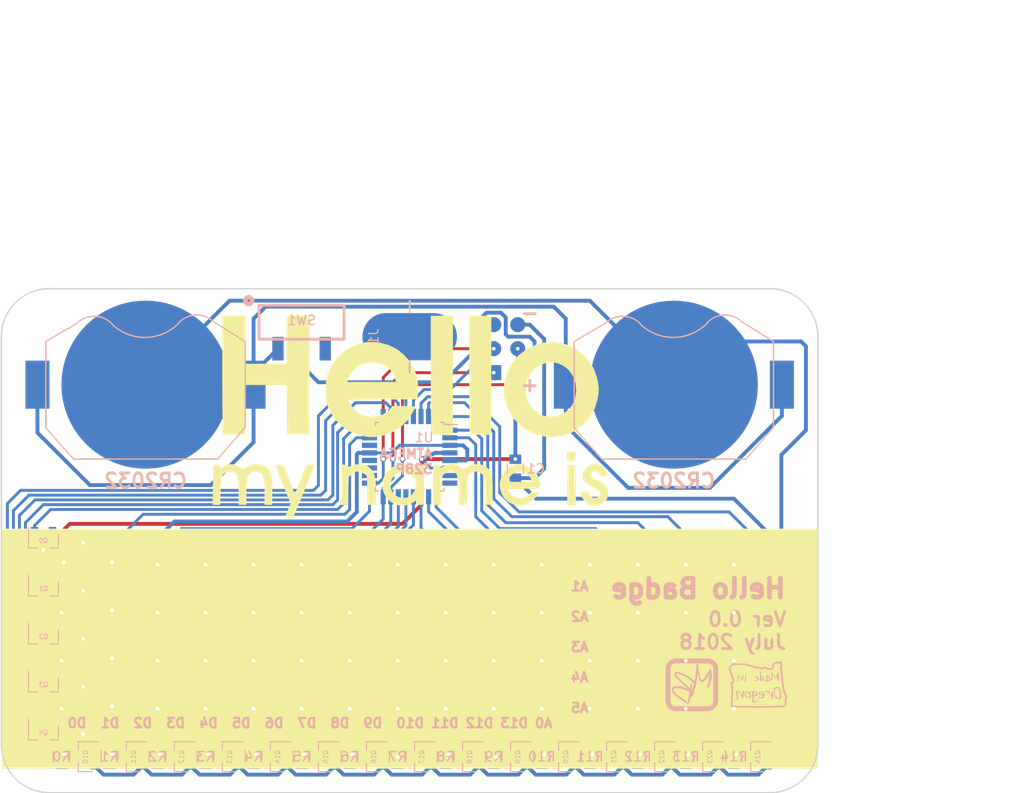
<source format=kicad_pcb>
(kicad_pcb (version 4) (host pcbnew 4.0.7)
  (layers (0 F.Cu signal) (31 B.Cu signal) (34 B.Paste user) (35 F.Paste user) (36 B.SilkS user) (37 F.SilkS user hide) (38 B.Mask user) (39 F.Mask user) (44 Edge.Cuts user))
  (net 0 "")
  (net 1 +3V3)
  (net 2 GND)
  (net 3 "Net-(D1-Pad2)")
  (net 4 "Net-(D10-Pad1)")
  (net 5 "Net-(U1-Pad18)")
  (net 6 "Net-(U1-Pad19)")
  (net 7 "Net-(U1-Pad20)")
  (net 8 "Net-(U1-Pad22)")
  (net 9 /RESET)
  (net 10 /A0)
  (net 11 /A1)
  (net 12 /A2)
  (net 13 /A3)
  (net 14 /A4)
  (net 15 /A5)
  (net 16 /PB6)
  (net 17 /PB7)
  (net 18 "Net-(BT1-Pad1)")
  (net 19 "Net-(SW1-Pad3)")
  (net 20 "Net-(J1-Pad1)")
  (net 21 "Net-(Q10-Pad3)")
  (net 22 "Net-(Q11-Pad3)")
  (net 23 "Net-(Q12-Pad3)")
  (net 24 "Net-(Q13-Pad3)")
  (net 25 "Net-(Q14-Pad3)")
  (net 26 "Net-(Q15-Pad3)")
  (net 27 "Net-(Q16-Pad3)")
  (net 28 "Net-(D0-Pad2)")
  (net 29 "Net-(D0-Pad1)")
  (net 30 "Net-(D102-Pad2)")
  (net 31 "Net-(D103-Pad2)")
  (net 32 "Net-(D104-Pad2)")
  (net 33 "Net-(D20-Pad1)")
  (net 34 "Net-(D30-Pad1)")
  (net 35 "Net-(D40-Pad1)")
  (net 36 "Net-(D50-Pad1)")
  (net 37 "Net-(D60-Pad1)")
  (net 38 "Net-(D70-Pad1)")
  (net 39 "Net-(D80-Pad1)")
  (net 40 "Net-(D90-Pad1)")
  (net 41 "Net-(D100-Pad1)")
  (net 42 "Net-(D110-Pad1)")
  (net 43 "Net-(D120-Pad1)")
  (net 44 "Net-(D130-Pad1)")
  (net 45 "Net-(D140-Pad1)")
  (net 46 "Net-(Q17-Pad3)")
  (net 47 "Net-(Q18-Pad3)")
  (net 48 "Net-(Q19-Pad3)")
  (net 49 "Net-(Q20-Pad3)")
  (net 50 "Net-(Q21-Pad3)")
  (net 51 "Net-(Q22-Pad3)")
  (net 52 "Net-(Q23-Pad3)")
  (net 53 "Net-(Q24-Pad3)")
  (net 54 /D12)
  (net 55 /D13)
  (net 56 /D11)
  (net 57 /D3)
  (net 58 /D4)
  (net 59 /D5)
  (net 60 /D6)
  (net 61 /D7)
  (net 62 /D8)
  (net 63 /D9)
  (net 64 /D10)
  (net 65 /D0)
  (net 66 /D1)
  (net 67 /D2)
  (module footprints:SOT-23 (layer B.Cu) (at 136.525 118.11 270)
    (fp_text reference Q4 hide)
    (fp_text value Q_NPN_BEC hide)
    (fp_text user %R (at 0 0 540) (layer B.SilkS) (effects (font (size 0.5 0.5) (thickness 0.075)) (justify mirror)))
    (pad 1 smd rect (at -1 0.95 270) (size 0.9 0.8) (layers B.Cu B.Paste B.Mask) (net 15 /A5))
    (pad 2 smd rect (at -1 -0.95 270) (size 0.9 0.8) (layers B.Cu B.Paste B.Mask) (net 32 "Net-(D104-Pad2)"))
    (pad 3 smd rect (at 1 0 270) (size 0.9 0.8) (layers B.Cu B.Paste B.Mask) (net 1 +3V3))
  )
  (module footprints:SOT-23 (layer B.Cu) (at 136.525 113.03 270)
    (fp_text reference Q3 hide)
    (fp_text value Q_NPN_BEC hide)
    (fp_text user %R (at 0 0 540) (layer B.SilkS) (effects (font (size 0.5 0.5) (thickness 0.075)) (justify mirror)))
    (pad 1 smd rect (at -1 0.95 270) (size 0.9 0.8) (layers B.Cu B.Paste B.Mask) (net 14 /A4))
    (pad 2 smd rect (at -1 -0.95 270) (size 0.9 0.8) (layers B.Cu B.Paste B.Mask) (net 31 "Net-(D103-Pad2)"))
    (pad 3 smd rect (at 1 0 270) (size 0.9 0.8) (layers B.Cu B.Paste B.Mask) (net 1 +3V3))
  )
  (module footprints:SOT-23 (layer B.Cu) (at 136.525 107.95 270)
    (fp_text reference Q2 hide)
    (fp_text value Q_NPN_BEC hide)
    (fp_text user %R (at 0 0 540) (layer B.SilkS) (effects (font (size 0.5 0.5) (thickness 0.075)) (justify mirror)))
    (pad 1 smd rect (at -1 0.95 270) (size 0.9 0.8) (layers B.Cu B.Paste B.Mask) (net 13 /A3))
    (pad 2 smd rect (at -1 -0.95 270) (size 0.9 0.8) (layers B.Cu B.Paste B.Mask) (net 30 "Net-(D102-Pad2)"))
    (pad 3 smd rect (at 1 0 270) (size 0.9 0.8) (layers B.Cu B.Paste B.Mask) (net 1 +3V3))
  )
  (module footprints:SOT-23 (layer B.Cu) (at 136.525 102.87 270)
    (fp_text reference Q1 hide)
    (fp_text value Q_NPN_BEC hide)
    (fp_text user %R (at 0 0 540) (layer B.SilkS) (effects (font (size 0.5 0.5) (thickness 0.075)) (justify mirror)))
    (pad 1 smd rect (at -1 0.95 270) (size 0.9 0.8) (layers B.Cu B.Paste B.Mask) (net 12 /A2))
    (pad 2 smd rect (at -1 -0.95 270) (size 0.9 0.8) (layers B.Cu B.Paste B.Mask) (net 3 "Net-(D1-Pad2)"))
    (pad 3 smd rect (at 1 0 270) (size 0.9 0.8) (layers B.Cu B.Paste B.Mask) (net 1 +3V3))
  )
  (module footprints:SOT-23 (layer B.Cu) (at 212.09 120.65 180)
    (fp_text reference Q24 hide)
    (fp_text value Q_NPN_BEC hide)
    (fp_text user %R (at 0 0 450) (layer B.SilkS) (effects (font (size 0.5 0.5) (thickness 0.075)) (justify mirror)))
    (pad 1 smd rect (at -1 0.95 180) (size 0.9 0.8) (layers B.Cu B.Paste B.Mask) (net 65 /D0))
    (pad 2 smd rect (at -1 -0.95 180) (size 0.9 0.8) (layers B.Cu B.Paste B.Mask) (net 2 GND))
    (pad 3 smd rect (at 1 0 180) (size 0.9 0.8) (layers B.Cu B.Paste B.Mask) (net 53 "Net-(Q24-Pad3)"))
  )
  (module footprints:SOT-23 (layer B.Cu) (at 207.01 120.65 180)
    (fp_text reference Q23 hide)
    (fp_text value Q_NPN_BEC hide)
    (fp_text user %R (at 0 0 450) (layer B.SilkS) (effects (font (size 0.5 0.5) (thickness 0.075)) (justify mirror)))
    (pad 1 smd rect (at -1 0.95 180) (size 0.9 0.8) (layers B.Cu B.Paste B.Mask) (net 66 /D1))
    (pad 2 smd rect (at -1 -0.95 180) (size 0.9 0.8) (layers B.Cu B.Paste B.Mask) (net 2 GND))
    (pad 3 smd rect (at 1 0 180) (size 0.9 0.8) (layers B.Cu B.Paste B.Mask) (net 52 "Net-(Q23-Pad3)"))
  )
  (module footprints:SOT-23 (layer B.Cu) (at 201.93 120.65 180)
    (fp_text reference Q22 hide)
    (fp_text value Q_NPN_BEC hide)
    (fp_text user %R (at 0 0 450) (layer B.SilkS) (effects (font (size 0.5 0.5) (thickness 0.075)) (justify mirror)))
    (pad 1 smd rect (at -1 0.95 180) (size 0.9 0.8) (layers B.Cu B.Paste B.Mask) (net 67 /D2))
    (pad 2 smd rect (at -1 -0.95 180) (size 0.9 0.8) (layers B.Cu B.Paste B.Mask) (net 2 GND))
    (pad 3 smd rect (at 1 0 180) (size 0.9 0.8) (layers B.Cu B.Paste B.Mask) (net 51 "Net-(Q22-Pad3)"))
  )
  (module footprints:SOT-23 (layer B.Cu) (at 196.85 120.65 180)
    (fp_text reference Q21 hide)
    (fp_text value Q_NPN_BEC hide)
    (fp_text user %R (at 0 0 450) (layer B.SilkS) (effects (font (size 0.5 0.5) (thickness 0.075)) (justify mirror)))
    (pad 1 smd rect (at -1 0.95 180) (size 0.9 0.8) (layers B.Cu B.Paste B.Mask) (net 57 /D3))
    (pad 2 smd rect (at -1 -0.95 180) (size 0.9 0.8) (layers B.Cu B.Paste B.Mask) (net 2 GND))
    (pad 3 smd rect (at 1 0 180) (size 0.9 0.8) (layers B.Cu B.Paste B.Mask) (net 50 "Net-(Q21-Pad3)"))
  )
  (module footprints:SOT-23 (layer B.Cu) (at 191.77 120.65 180)
    (fp_text reference Q20 hide)
    (fp_text value Q_NPN_BEC hide)
    (fp_text user %R (at 0 0 450) (layer B.SilkS) (effects (font (size 0.5 0.5) (thickness 0.075)) (justify mirror)))
    (pad 1 smd rect (at -1 0.95 180) (size 0.9 0.8) (layers B.Cu B.Paste B.Mask) (net 58 /D4))
    (pad 2 smd rect (at -1 -0.95 180) (size 0.9 0.8) (layers B.Cu B.Paste B.Mask) (net 2 GND))
    (pad 3 smd rect (at 1 0 180) (size 0.9 0.8) (layers B.Cu B.Paste B.Mask) (net 49 "Net-(Q20-Pad3)"))
  )
  (module footprints:SOT-23 (layer B.Cu) (at 186.69 120.65 180)
    (fp_text reference Q19 hide)
    (fp_text value Q_NPN_BEC hide)
    (fp_text user %R (at 0 0 450) (layer B.SilkS) (effects (font (size 0.5 0.5) (thickness 0.075)) (justify mirror)))
    (pad 1 smd rect (at -1 0.95 180) (size 0.9 0.8) (layers B.Cu B.Paste B.Mask) (net 59 /D5))
    (pad 2 smd rect (at -1 -0.95 180) (size 0.9 0.8) (layers B.Cu B.Paste B.Mask) (net 2 GND))
    (pad 3 smd rect (at 1 0 180) (size 0.9 0.8) (layers B.Cu B.Paste B.Mask) (net 48 "Net-(Q19-Pad3)"))
  )
  (module footprints:SOT-23 (layer B.Cu) (at 181.61 120.65 180)
    (fp_text reference Q18 hide)
    (fp_text value Q_NPN_BEC hide)
    (fp_text user %R (at 0 0 450) (layer B.SilkS) (effects (font (size 0.5 0.5) (thickness 0.075)) (justify mirror)))
    (pad 1 smd rect (at -1 0.95 180) (size 0.9 0.8) (layers B.Cu B.Paste B.Mask) (net 60 /D6))
    (pad 2 smd rect (at -1 -0.95 180) (size 0.9 0.8) (layers B.Cu B.Paste B.Mask) (net 2 GND))
    (pad 3 smd rect (at 1 0 180) (size 0.9 0.8) (layers B.Cu B.Paste B.Mask) (net 47 "Net-(Q18-Pad3)"))
  )
  (module footprints:SOT-23 (layer B.Cu) (at 176.53 120.65 180)
    (fp_text reference Q17 hide)
    (fp_text value Q_NPN_BEC hide)
    (fp_text user %R (at 0 0 450) (layer B.SilkS) (effects (font (size 0.5 0.5) (thickness 0.075)) (justify mirror)))
    (pad 1 smd rect (at -1 0.95 180) (size 0.9 0.8) (layers B.Cu B.Paste B.Mask) (net 61 /D7))
    (pad 2 smd rect (at -1 -0.95 180) (size 0.9 0.8) (layers B.Cu B.Paste B.Mask) (net 2 GND))
    (pad 3 smd rect (at 1 0 180) (size 0.9 0.8) (layers B.Cu B.Paste B.Mask) (net 46 "Net-(Q17-Pad3)"))
  )
  (module footprints:SOT-23 (layer B.Cu) (at 171.45 120.65 180)
    (fp_text reference Q16 hide)
    (fp_text value Q_NPN_BEC hide)
    (fp_text user %R (at 0 0 450) (layer B.SilkS) (effects (font (size 0.5 0.5) (thickness 0.075)) (justify mirror)))
    (pad 1 smd rect (at -1 0.95 180) (size 0.9 0.8) (layers B.Cu B.Paste B.Mask) (net 62 /D8))
    (pad 2 smd rect (at -1 -0.95 180) (size 0.9 0.8) (layers B.Cu B.Paste B.Mask) (net 2 GND))
    (pad 3 smd rect (at 1 0 180) (size 0.9 0.8) (layers B.Cu B.Paste B.Mask) (net 27 "Net-(Q16-Pad3)"))
  )
  (module footprints:SOT-23 (layer B.Cu) (at 166.37 120.65 180)
    (fp_text reference Q15 hide)
    (fp_text value Q_NPN_BEC hide)
    (fp_text user %R (at 0 0 450) (layer B.SilkS) (effects (font (size 0.5 0.5) (thickness 0.075)) (justify mirror)))
    (pad 1 smd rect (at -1 0.95 180) (size 0.9 0.8) (layers B.Cu B.Paste B.Mask) (net 63 /D9))
    (pad 2 smd rect (at -1 -0.95 180) (size 0.9 0.8) (layers B.Cu B.Paste B.Mask) (net 2 GND))
    (pad 3 smd rect (at 1 0 180) (size 0.9 0.8) (layers B.Cu B.Paste B.Mask) (net 26 "Net-(Q15-Pad3)"))
  )
  (module footprints:SOT-23 (layer B.Cu) (at 161.29 120.65 180)
    (fp_text reference Q14 hide)
    (fp_text value Q_NPN_BEC hide)
    (fp_text user %R (at 0 0 450) (layer B.SilkS) (effects (font (size 0.5 0.5) (thickness 0.075)) (justify mirror)))
    (pad 1 smd rect (at -1 0.95 180) (size 0.9 0.8) (layers B.Cu B.Paste B.Mask) (net 64 /D10))
    (pad 2 smd rect (at -1 -0.95 180) (size 0.9 0.8) (layers B.Cu B.Paste B.Mask) (net 2 GND))
    (pad 3 smd rect (at 1 0 180) (size 0.9 0.8) (layers B.Cu B.Paste B.Mask) (net 25 "Net-(Q14-Pad3)"))
  )
  (module footprints:SOT-23 (layer B.Cu) (at 156.21 120.65 180)
    (fp_text reference Q13 hide)
    (fp_text value Q_NPN_BEC hide)
    (fp_text user %R (at 0 0 450) (layer B.SilkS) (effects (font (size 0.5 0.5) (thickness 0.075)) (justify mirror)))
    (pad 1 smd rect (at -1 0.95 180) (size 0.9 0.8) (layers B.Cu B.Paste B.Mask) (net 56 /D11))
    (pad 2 smd rect (at -1 -0.95 180) (size 0.9 0.8) (layers B.Cu B.Paste B.Mask) (net 2 GND))
    (pad 3 smd rect (at 1 0 180) (size 0.9 0.8) (layers B.Cu B.Paste B.Mask) (net 24 "Net-(Q13-Pad3)"))
  )
  (module footprints:SOT-23 (layer B.Cu) (at 151.13 120.65 180)
    (fp_text reference Q12 hide)
    (fp_text value Q_NPN_BEC hide)
    (fp_text user %R (at 0 0 450) (layer B.SilkS) (effects (font (size 0.5 0.5) (thickness 0.075)) (justify mirror)))
    (pad 1 smd rect (at -1 0.95 180) (size 0.9 0.8) (layers B.Cu B.Paste B.Mask) (net 54 /D12))
    (pad 2 smd rect (at -1 -0.95 180) (size 0.9 0.8) (layers B.Cu B.Paste B.Mask) (net 2 GND))
    (pad 3 smd rect (at 1 0 180) (size 0.9 0.8) (layers B.Cu B.Paste B.Mask) (net 23 "Net-(Q12-Pad3)"))
  )
  (module footprints:SOT-23 (layer B.Cu) (at 146.05 120.65 180)
    (fp_text reference Q11 hide)
    (fp_text value Q_NPN_BEC hide)
    (fp_text user %R (at 0 0 450) (layer B.SilkS) (effects (font (size 0.5 0.5) (thickness 0.075)) (justify mirror)))
    (pad 1 smd rect (at -1 0.95 180) (size 0.9 0.8) (layers B.Cu B.Paste B.Mask) (net 55 /D13))
    (pad 2 smd rect (at -1 -0.95 180) (size 0.9 0.8) (layers B.Cu B.Paste B.Mask) (net 2 GND))
    (pad 3 smd rect (at 1 0 180) (size 0.9 0.8) (layers B.Cu B.Paste B.Mask) (net 22 "Net-(Q11-Pad3)"))
  )
  (module footprints:SOT-23 (layer B.Cu) (at 140.97 120.65 180)
    (fp_text reference Q10 hide)
    (fp_text value Q_NPN_BEC hide)
    (fp_text user %R (at 0 0 450) (layer B.SilkS) (effects (font (size 0.5 0.5) (thickness 0.075)) (justify mirror)))
    (pad 1 smd rect (at -1 0.95 180) (size 0.9 0.8) (layers B.Cu B.Paste B.Mask) (net 10 /A0))
    (pad 2 smd rect (at -1 -0.95 180) (size 0.9 0.8) (layers B.Cu B.Paste B.Mask) (net 2 GND))
    (pad 3 smd rect (at 1 0 180) (size 0.9 0.8) (layers B.Cu B.Paste B.Mask) (net 21 "Net-(Q10-Pad3)"))
  )
  (module footprints:LED_1206_SHORT (layer F.Cu) (at 170.18 119.38 45)
    (fp_text reference D64 hide)
    (fp_text value LED)
    (pad 2 smd rect (at 1.4605 0 225) (size 1 1.5) (layers F.Cu F.Paste F.Mask) (net 32 "Net-(D104-Pad2)"))
    (pad 1 smd rect (at -1.4605 0 225) (size 1 1.5) (layers F.Cu F.Paste F.Mask) (net 37 "Net-(D60-Pad1)"))
  )
  (module footprints:LED_1206_SHORT (layer F.Cu) (at 170.18 114.3 45)
    (fp_text reference D63 hide)
    (fp_text value LED)
    (pad 2 smd rect (at 1.4605 0 225) (size 1 1.5) (layers F.Cu F.Paste F.Mask) (net 31 "Net-(D103-Pad2)"))
    (pad 1 smd rect (at -1.4605 0 225) (size 1 1.5) (layers F.Cu F.Paste F.Mask) (net 37 "Net-(D60-Pad1)"))
  )
  (module footprints:LED_1206_SHORT (layer F.Cu) (at 170.18 109.22 45)
    (fp_text reference D62 hide)
    (fp_text value LED)
    (pad 2 smd rect (at 1.4605 0 225) (size 1 1.5) (layers F.Cu F.Paste F.Mask) (net 30 "Net-(D102-Pad2)"))
    (pad 1 smd rect (at -1.4605 0 225) (size 1 1.5) (layers F.Cu F.Paste F.Mask) (net 37 "Net-(D60-Pad1)"))
  )
  (module footprints:LED_1206_SHORT (layer F.Cu) (at 170.18 104.14 45)
    (fp_text reference D61 hide)
    (fp_text value LED)
    (pad 2 smd rect (at 1.4605 0 225) (size 1 1.5) (layers F.Cu F.Paste F.Mask) (net 3 "Net-(D1-Pad2)"))
    (pad 1 smd rect (at -1.4605 0 225) (size 1 1.5) (layers F.Cu F.Paste F.Mask) (net 37 "Net-(D60-Pad1)"))
  )
  (module footprints:LED_1206_SHORT (layer F.Cu) (at 210.82 119.38 45)
    (fp_text reference D144 hide)
    (fp_text value LED)
    (pad 2 smd rect (at 1.4605 0 225) (size 1 1.5) (layers F.Cu F.Paste F.Mask) (net 32 "Net-(D104-Pad2)"))
    (pad 1 smd rect (at -1.4605 0 225) (size 1 1.5) (layers F.Cu F.Paste F.Mask) (net 45 "Net-(D140-Pad1)"))
  )
  (module footprints:LED_1206_SHORT (layer F.Cu) (at 210.82 114.3 45)
    (fp_text reference D143 hide)
    (fp_text value LED)
    (pad 2 smd rect (at 1.4605 0 225) (size 1 1.5) (layers F.Cu F.Paste F.Mask) (net 31 "Net-(D103-Pad2)"))
    (pad 1 smd rect (at -1.4605 0 225) (size 1 1.5) (layers F.Cu F.Paste F.Mask) (net 45 "Net-(D140-Pad1)"))
  )
  (module footprints:LED_1206_SHORT (layer F.Cu) (at 210.82 109.22 45)
    (fp_text reference D142 hide)
    (fp_text value LED)
    (pad 2 smd rect (at 1.4605 0 225) (size 1 1.5) (layers F.Cu F.Paste F.Mask) (net 30 "Net-(D102-Pad2)"))
    (pad 1 smd rect (at -1.4605 0 225) (size 1 1.5) (layers F.Cu F.Paste F.Mask) (net 45 "Net-(D140-Pad1)"))
  )
  (module footprints:LED_1206_SHORT (layer F.Cu) (at 210.82 104.14 45)
    (fp_text reference D141 hide)
    (fp_text value LED)
    (pad 2 smd rect (at 1.4605 0 225) (size 1 1.5) (layers F.Cu F.Paste F.Mask) (net 3 "Net-(D1-Pad2)"))
    (pad 1 smd rect (at -1.4605 0 225) (size 1 1.5) (layers F.Cu F.Paste F.Mask) (net 45 "Net-(D140-Pad1)"))
  )
  (module footprints:LED_1206_SHORT (layer F.Cu) (at 205.74 119.38 45)
    (fp_text reference D134 hide)
    (fp_text value LED)
    (pad 2 smd rect (at 1.4605 0 225) (size 1 1.5) (layers F.Cu F.Paste F.Mask) (net 32 "Net-(D104-Pad2)"))
    (pad 1 smd rect (at -1.4605 0 225) (size 1 1.5) (layers F.Cu F.Paste F.Mask) (net 44 "Net-(D130-Pad1)"))
  )
  (module footprints:LED_1206_SHORT (layer F.Cu) (at 205.74 114.3 45)
    (fp_text reference D133 hide)
    (fp_text value LED)
    (pad 2 smd rect (at 1.4605 0 225) (size 1 1.5) (layers F.Cu F.Paste F.Mask) (net 31 "Net-(D103-Pad2)"))
    (pad 1 smd rect (at -1.4605 0 225) (size 1 1.5) (layers F.Cu F.Paste F.Mask) (net 44 "Net-(D130-Pad1)"))
  )
  (module footprints:LED_1206_SHORT (layer F.Cu) (at 205.74 109.22 45)
    (fp_text reference D132 hide)
    (fp_text value LED)
    (pad 2 smd rect (at 1.4605 0 225) (size 1 1.5) (layers F.Cu F.Paste F.Mask) (net 30 "Net-(D102-Pad2)"))
    (pad 1 smd rect (at -1.4605 0 225) (size 1 1.5) (layers F.Cu F.Paste F.Mask) (net 44 "Net-(D130-Pad1)"))
  )
  (module footprints:LED_1206_SHORT (layer F.Cu) (at 205.74 104.14 45)
    (fp_text reference D131 hide)
    (fp_text value LED)
    (pad 2 smd rect (at 1.4605 0 225) (size 1 1.5) (layers F.Cu F.Paste F.Mask) (net 3 "Net-(D1-Pad2)"))
    (pad 1 smd rect (at -1.4605 0 225) (size 1 1.5) (layers F.Cu F.Paste F.Mask) (net 44 "Net-(D130-Pad1)"))
  )
  (module footprints:LED_1206_SHORT (layer F.Cu) (at 200.66 119.38 45)
    (fp_text reference D124 hide)
    (fp_text value LED)
    (pad 2 smd rect (at 1.4605 0 225) (size 1 1.5) (layers F.Cu F.Paste F.Mask) (net 32 "Net-(D104-Pad2)"))
    (pad 1 smd rect (at -1.4605 0 225) (size 1 1.5) (layers F.Cu F.Paste F.Mask) (net 43 "Net-(D120-Pad1)"))
  )
  (module footprints:LED_1206_SHORT (layer F.Cu) (at 200.66 114.3 45)
    (fp_text reference D123 hide)
    (fp_text value LED)
    (pad 2 smd rect (at 1.4605 0 225) (size 1 1.5) (layers F.Cu F.Paste F.Mask) (net 31 "Net-(D103-Pad2)"))
    (pad 1 smd rect (at -1.4605 0 225) (size 1 1.5) (layers F.Cu F.Paste F.Mask) (net 43 "Net-(D120-Pad1)"))
  )
  (module footprints:LED_1206_SHORT (layer F.Cu) (at 200.66 109.22 45)
    (fp_text reference D122 hide)
    (fp_text value LED)
    (pad 2 smd rect (at 1.4605 0 225) (size 1 1.5) (layers F.Cu F.Paste F.Mask) (net 30 "Net-(D102-Pad2)"))
    (pad 1 smd rect (at -1.4605 0 225) (size 1 1.5) (layers F.Cu F.Paste F.Mask) (net 43 "Net-(D120-Pad1)"))
  )
  (module footprints:LED_1206_SHORT (layer F.Cu) (at 200.66 104.14 45)
    (fp_text reference D121 hide)
    (fp_text value LED)
    (pad 2 smd rect (at 1.4605 0 225) (size 1 1.5) (layers F.Cu F.Paste F.Mask) (net 3 "Net-(D1-Pad2)"))
    (pad 1 smd rect (at -1.4605 0 225) (size 1 1.5) (layers F.Cu F.Paste F.Mask) (net 43 "Net-(D120-Pad1)"))
  )
  (module footprints:LED_1206_SHORT (layer F.Cu) (at 195.58 119.38 45)
    (fp_text reference D114 hide)
    (fp_text value LED)
    (pad 2 smd rect (at 1.4605 0 225) (size 1 1.5) (layers F.Cu F.Paste F.Mask) (net 32 "Net-(D104-Pad2)"))
    (pad 1 smd rect (at -1.4605 0 225) (size 1 1.5) (layers F.Cu F.Paste F.Mask) (net 42 "Net-(D110-Pad1)"))
  )
  (module footprints:LED_1206_SHORT (layer F.Cu) (at 195.58 114.3 45)
    (fp_text reference D113 hide)
    (fp_text value LED)
    (pad 2 smd rect (at 1.4605 0 225) (size 1 1.5) (layers F.Cu F.Paste F.Mask) (net 31 "Net-(D103-Pad2)"))
    (pad 1 smd rect (at -1.4605 0 225) (size 1 1.5) (layers F.Cu F.Paste F.Mask) (net 42 "Net-(D110-Pad1)"))
  )
  (module footprints:LED_1206_SHORT (layer F.Cu) (at 195.58 109.22 45)
    (fp_text reference D112 hide)
    (fp_text value LED)
    (pad 2 smd rect (at 1.4605 0 225) (size 1 1.5) (layers F.Cu F.Paste F.Mask) (net 30 "Net-(D102-Pad2)"))
    (pad 1 smd rect (at -1.4605 0 225) (size 1 1.5) (layers F.Cu F.Paste F.Mask) (net 42 "Net-(D110-Pad1)"))
  )
  (module footprints:LED_1206_SHORT (layer F.Cu) (at 195.58 104.14 45)
    (fp_text reference D111 hide)
    (fp_text value LED)
    (pad 2 smd rect (at 1.4605 0 225) (size 1 1.5) (layers F.Cu F.Paste F.Mask) (net 3 "Net-(D1-Pad2)"))
    (pad 1 smd rect (at -1.4605 0 225) (size 1 1.5) (layers F.Cu F.Paste F.Mask) (net 42 "Net-(D110-Pad1)"))
  )
  (module footprints:LED_1206_SHORT (layer F.Cu) (at 190.5 119.38 45)
    (fp_text reference D104 hide)
    (fp_text value LED)
    (pad 2 smd rect (at 1.4605 0 225) (size 1 1.5) (layers F.Cu F.Paste F.Mask) (net 32 "Net-(D104-Pad2)"))
    (pad 1 smd rect (at -1.4605 0 225) (size 1 1.5) (layers F.Cu F.Paste F.Mask) (net 41 "Net-(D100-Pad1)"))
  )
  (module footprints:LED_1206_SHORT (layer F.Cu) (at 190.5 114.3 45)
    (fp_text reference D103 hide)
    (fp_text value LED)
    (pad 2 smd rect (at 1.4605 0 225) (size 1 1.5) (layers F.Cu F.Paste F.Mask) (net 31 "Net-(D103-Pad2)"))
    (pad 1 smd rect (at -1.4605 0 225) (size 1 1.5) (layers F.Cu F.Paste F.Mask) (net 41 "Net-(D100-Pad1)"))
  )
  (module footprints:LED_1206_SHORT (layer F.Cu) (at 190.5 109.22 45)
    (fp_text reference D102 hide)
    (fp_text value LED)
    (pad 2 smd rect (at 1.4605 0 225) (size 1 1.5) (layers F.Cu F.Paste F.Mask) (net 30 "Net-(D102-Pad2)"))
    (pad 1 smd rect (at -1.4605 0 225) (size 1 1.5) (layers F.Cu F.Paste F.Mask) (net 41 "Net-(D100-Pad1)"))
  )
  (module footprints:LED_1206_SHORT (layer F.Cu) (at 190.5 104.14 45)
    (fp_text reference D101 hide)
    (fp_text value LED)
    (pad 2 smd rect (at 1.4605 0 225) (size 1 1.5) (layers F.Cu F.Paste F.Mask) (net 3 "Net-(D1-Pad2)"))
    (pad 1 smd rect (at -1.4605 0 225) (size 1 1.5) (layers F.Cu F.Paste F.Mask) (net 41 "Net-(D100-Pad1)"))
  )
  (module footprints:LED_1206_SHORT (layer F.Cu) (at 185.42 119.38 45)
    (fp_text reference D94 hide)
    (fp_text value LED)
    (pad 2 smd rect (at 1.4605 0 225) (size 1 1.5) (layers F.Cu F.Paste F.Mask) (net 32 "Net-(D104-Pad2)"))
    (pad 1 smd rect (at -1.4605 0 225) (size 1 1.5) (layers F.Cu F.Paste F.Mask) (net 40 "Net-(D90-Pad1)"))
  )
  (module footprints:LED_1206_SHORT (layer F.Cu) (at 185.42 114.3 45)
    (fp_text reference D93 hide)
    (fp_text value LED)
    (pad 2 smd rect (at 1.4605 0 225) (size 1 1.5) (layers F.Cu F.Paste F.Mask) (net 31 "Net-(D103-Pad2)"))
    (pad 1 smd rect (at -1.4605 0 225) (size 1 1.5) (layers F.Cu F.Paste F.Mask) (net 40 "Net-(D90-Pad1)"))
  )
  (module footprints:LED_1206_SHORT (layer F.Cu) (at 185.42 109.22 45)
    (fp_text reference D92 hide)
    (fp_text value LED)
    (pad 2 smd rect (at 1.4605 0 225) (size 1 1.5) (layers F.Cu F.Paste F.Mask) (net 30 "Net-(D102-Pad2)"))
    (pad 1 smd rect (at -1.4605 0 225) (size 1 1.5) (layers F.Cu F.Paste F.Mask) (net 40 "Net-(D90-Pad1)"))
  )
  (module footprints:LED_1206_SHORT (layer F.Cu) (at 185.42 104.14 45)
    (fp_text reference D91 hide)
    (fp_text value LED)
    (pad 2 smd rect (at 1.4605 0 225) (size 1 1.5) (layers F.Cu F.Paste F.Mask) (net 3 "Net-(D1-Pad2)"))
    (pad 1 smd rect (at -1.4605 0 225) (size 1 1.5) (layers F.Cu F.Paste F.Mask) (net 40 "Net-(D90-Pad1)"))
  )
  (module footprints:LED_1206_SHORT (layer F.Cu) (at 180.34 119.38 45)
    (fp_text reference D84 hide)
    (fp_text value LED)
    (pad 2 smd rect (at 1.4605 0 225) (size 1 1.5) (layers F.Cu F.Paste F.Mask) (net 32 "Net-(D104-Pad2)"))
    (pad 1 smd rect (at -1.4605 0 225) (size 1 1.5) (layers F.Cu F.Paste F.Mask) (net 39 "Net-(D80-Pad1)"))
  )
  (module footprints:LED_1206_SHORT (layer F.Cu) (at 180.34 114.3 45)
    (fp_text reference D83 hide)
    (fp_text value LED)
    (pad 2 smd rect (at 1.4605 0 225) (size 1 1.5) (layers F.Cu F.Paste F.Mask) (net 31 "Net-(D103-Pad2)"))
    (pad 1 smd rect (at -1.4605 0 225) (size 1 1.5) (layers F.Cu F.Paste F.Mask) (net 39 "Net-(D80-Pad1)"))
  )
  (module footprints:LED_1206_SHORT (layer F.Cu) (at 180.34 109.22 45)
    (fp_text reference D82 hide)
    (fp_text value LED)
    (pad 2 smd rect (at 1.4605 0 225) (size 1 1.5) (layers F.Cu F.Paste F.Mask) (net 30 "Net-(D102-Pad2)"))
    (pad 1 smd rect (at -1.4605 0 225) (size 1 1.5) (layers F.Cu F.Paste F.Mask) (net 39 "Net-(D80-Pad1)"))
  )
  (module footprints:LED_1206_SHORT (layer F.Cu) (at 180.34 104.14 45)
    (fp_text reference D81 hide)
    (fp_text value LED)
    (pad 2 smd rect (at 1.4605 0 225) (size 1 1.5) (layers F.Cu F.Paste F.Mask) (net 3 "Net-(D1-Pad2)"))
    (pad 1 smd rect (at -1.4605 0 225) (size 1 1.5) (layers F.Cu F.Paste F.Mask) (net 39 "Net-(D80-Pad1)"))
  )
  (module footprints:LED_1206_SHORT (layer F.Cu) (at 175.26 119.38 45)
    (fp_text reference D74 hide)
    (fp_text value LED)
    (pad 2 smd rect (at 1.4605 0 225) (size 1 1.5) (layers F.Cu F.Paste F.Mask) (net 32 "Net-(D104-Pad2)"))
    (pad 1 smd rect (at -1.4605 0 225) (size 1 1.5) (layers F.Cu F.Paste F.Mask) (net 38 "Net-(D70-Pad1)"))
  )
  (module footprints:LED_1206_SHORT (layer F.Cu) (at 175.26 114.3 45)
    (fp_text reference D73 hide)
    (fp_text value LED)
    (pad 2 smd rect (at 1.4605 0 225) (size 1 1.5) (layers F.Cu F.Paste F.Mask) (net 31 "Net-(D103-Pad2)"))
    (pad 1 smd rect (at -1.4605 0 225) (size 1 1.5) (layers F.Cu F.Paste F.Mask) (net 38 "Net-(D70-Pad1)"))
  )
  (module footprints:LED_1206_SHORT (layer F.Cu) (at 175.26 109.22 45)
    (fp_text reference D72 hide)
    (fp_text value LED)
    (pad 2 smd rect (at 1.4605 0 225) (size 1 1.5) (layers F.Cu F.Paste F.Mask) (net 30 "Net-(D102-Pad2)"))
    (pad 1 smd rect (at -1.4605 0 225) (size 1 1.5) (layers F.Cu F.Paste F.Mask) (net 38 "Net-(D70-Pad1)"))
  )
  (module footprints:LED_1206_SHORT (layer F.Cu) (at 175.26 104.14 45)
    (fp_text reference D71 hide)
    (fp_text value LED)
    (pad 2 smd rect (at 1.4605 0 225) (size 1 1.5) (layers F.Cu F.Paste F.Mask) (net 3 "Net-(D1-Pad2)"))
    (pad 1 smd rect (at -1.4605 0 225) (size 1 1.5) (layers F.Cu F.Paste F.Mask) (net 38 "Net-(D70-Pad1)"))
  )
  (module footprints:LED_1206_SHORT (layer F.Cu) (at 165.1 119.38 45)
    (fp_text reference D54 hide)
    (fp_text value LED)
    (pad 2 smd rect (at 1.4605 0 225) (size 1 1.5) (layers F.Cu F.Paste F.Mask) (net 32 "Net-(D104-Pad2)"))
    (pad 1 smd rect (at -1.4605 0 225) (size 1 1.5) (layers F.Cu F.Paste F.Mask) (net 36 "Net-(D50-Pad1)"))
  )
  (module footprints:LED_1206_SHORT (layer F.Cu) (at 165.1 114.3 45)
    (fp_text reference D53 hide)
    (fp_text value LED)
    (pad 2 smd rect (at 1.4605 0 225) (size 1 1.5) (layers F.Cu F.Paste F.Mask) (net 31 "Net-(D103-Pad2)"))
    (pad 1 smd rect (at -1.4605 0 225) (size 1 1.5) (layers F.Cu F.Paste F.Mask) (net 36 "Net-(D50-Pad1)"))
  )
  (module footprints:LED_1206_SHORT (layer F.Cu) (at 165.1 109.22 45)
    (fp_text reference D52 hide)
    (fp_text value LED)
    (pad 2 smd rect (at 1.4605 0 225) (size 1 1.5) (layers F.Cu F.Paste F.Mask) (net 30 "Net-(D102-Pad2)"))
    (pad 1 smd rect (at -1.4605 0 225) (size 1 1.5) (layers F.Cu F.Paste F.Mask) (net 36 "Net-(D50-Pad1)"))
  )
  (module footprints:LED_1206_SHORT (layer F.Cu) (at 165.1 104.14 45)
    (fp_text reference D51 hide)
    (fp_text value LED)
    (pad 2 smd rect (at 1.4605 0 225) (size 1 1.5) (layers F.Cu F.Paste F.Mask) (net 3 "Net-(D1-Pad2)"))
    (pad 1 smd rect (at -1.4605 0 225) (size 1 1.5) (layers F.Cu F.Paste F.Mask) (net 36 "Net-(D50-Pad1)"))
  )
  (module footprints:LED_1206_SHORT (layer F.Cu) (at 160.02 119.38 45)
    (fp_text reference D44 hide)
    (fp_text value LED)
    (pad 2 smd rect (at 1.4605 0 225) (size 1 1.5) (layers F.Cu F.Paste F.Mask) (net 32 "Net-(D104-Pad2)"))
    (pad 1 smd rect (at -1.4605 0 225) (size 1 1.5) (layers F.Cu F.Paste F.Mask) (net 35 "Net-(D40-Pad1)"))
  )
  (module footprints:LED_1206_SHORT (layer F.Cu) (at 160.02 114.3 45)
    (fp_text reference D43 hide)
    (fp_text value LED)
    (pad 2 smd rect (at 1.4605 0 225) (size 1 1.5) (layers F.Cu F.Paste F.Mask) (net 31 "Net-(D103-Pad2)"))
    (pad 1 smd rect (at -1.4605 0 225) (size 1 1.5) (layers F.Cu F.Paste F.Mask) (net 35 "Net-(D40-Pad1)"))
  )
  (module footprints:LED_1206_SHORT (layer F.Cu) (at 160.02 109.22 45)
    (fp_text reference D42 hide)
    (fp_text value LED)
    (pad 2 smd rect (at 1.4605 0 225) (size 1 1.5) (layers F.Cu F.Paste F.Mask) (net 30 "Net-(D102-Pad2)"))
    (pad 1 smd rect (at -1.4605 0 225) (size 1 1.5) (layers F.Cu F.Paste F.Mask) (net 35 "Net-(D40-Pad1)"))
  )
  (module footprints:LED_1206_SHORT (layer F.Cu) (at 160.02 104.14 45)
    (fp_text reference D41 hide)
    (fp_text value LED)
    (pad 2 smd rect (at 1.4605 0 225) (size 1 1.5) (layers F.Cu F.Paste F.Mask) (net 3 "Net-(D1-Pad2)"))
    (pad 1 smd rect (at -1.4605 0 225) (size 1 1.5) (layers F.Cu F.Paste F.Mask) (net 35 "Net-(D40-Pad1)"))
  )
  (module footprints:LED_1206_SHORT (layer F.Cu) (at 154.94 119.38 45)
    (fp_text reference D34 hide)
    (fp_text value LED)
    (pad 2 smd rect (at 1.4605 0 225) (size 1 1.5) (layers F.Cu F.Paste F.Mask) (net 32 "Net-(D104-Pad2)"))
    (pad 1 smd rect (at -1.4605 0 225) (size 1 1.5) (layers F.Cu F.Paste F.Mask) (net 34 "Net-(D30-Pad1)"))
  )
  (module footprints:LED_1206_SHORT (layer F.Cu) (at 154.94 114.3 45)
    (fp_text reference D33 hide)
    (fp_text value LED)
    (pad 2 smd rect (at 1.4605 0 225) (size 1 1.5) (layers F.Cu F.Paste F.Mask) (net 31 "Net-(D103-Pad2)"))
    (pad 1 smd rect (at -1.4605 0 225) (size 1 1.5) (layers F.Cu F.Paste F.Mask) (net 34 "Net-(D30-Pad1)"))
  )
  (module footprints:LED_1206_SHORT (layer F.Cu) (at 154.94 109.22 45)
    (fp_text reference D32 hide)
    (fp_text value LED)
    (pad 2 smd rect (at 1.4605 0 225) (size 1 1.5) (layers F.Cu F.Paste F.Mask) (net 30 "Net-(D102-Pad2)"))
    (pad 1 smd rect (at -1.4605 0 225) (size 1 1.5) (layers F.Cu F.Paste F.Mask) (net 34 "Net-(D30-Pad1)"))
  )
  (module footprints:LED_1206_SHORT (layer F.Cu) (at 154.94 104.14 45)
    (fp_text reference D31 hide)
    (fp_text value LED)
    (pad 2 smd rect (at 1.4605 0 225) (size 1 1.5) (layers F.Cu F.Paste F.Mask) (net 3 "Net-(D1-Pad2)"))
    (pad 1 smd rect (at -1.4605 0 225) (size 1 1.5) (layers F.Cu F.Paste F.Mask) (net 34 "Net-(D30-Pad1)"))
  )
  (module footprints:LED_1206_SHORT (layer F.Cu) (at 149.86 119.38 45)
    (fp_text reference D24 hide)
    (fp_text value LED)
    (pad 2 smd rect (at 1.4605 0 225) (size 1 1.5) (layers F.Cu F.Paste F.Mask) (net 32 "Net-(D104-Pad2)"))
    (pad 1 smd rect (at -1.4605 0 225) (size 1 1.5) (layers F.Cu F.Paste F.Mask) (net 33 "Net-(D20-Pad1)"))
  )
  (module footprints:LED_1206_SHORT (layer F.Cu) (at 149.86 114.3 45)
    (fp_text reference D23 hide)
    (fp_text value LED)
    (pad 2 smd rect (at 1.4605 0 225) (size 1 1.5) (layers F.Cu F.Paste F.Mask) (net 31 "Net-(D103-Pad2)"))
    (pad 1 smd rect (at -1.4605 0 225) (size 1 1.5) (layers F.Cu F.Paste F.Mask) (net 33 "Net-(D20-Pad1)"))
  )
  (module footprints:LED_1206_SHORT (layer F.Cu) (at 149.86 109.22 45)
    (fp_text reference D22 hide)
    (fp_text value LED)
    (pad 2 smd rect (at 1.4605 0 225) (size 1 1.5) (layers F.Cu F.Paste F.Mask) (net 30 "Net-(D102-Pad2)"))
    (pad 1 smd rect (at -1.4605 0 225) (size 1 1.5) (layers F.Cu F.Paste F.Mask) (net 33 "Net-(D20-Pad1)"))
  )
  (module footprints:LED_1206_SHORT (layer F.Cu) (at 149.86 104.14 45)
    (fp_text reference D21 hide)
    (fp_text value LED)
    (pad 2 smd rect (at 1.4605 0 225) (size 1 1.5) (layers F.Cu F.Paste F.Mask) (net 3 "Net-(D1-Pad2)"))
    (pad 1 smd rect (at -1.4605 0 225) (size 1 1.5) (layers F.Cu F.Paste F.Mask) (net 33 "Net-(D20-Pad1)"))
  )
  (module footprints:LED_1206_SHORT (layer F.Cu) (at 144.78 119.38 45)
    (fp_text reference D14 hide)
    (fp_text value LED)
    (pad 2 smd rect (at 1.4605 0 225) (size 1 1.5) (layers F.Cu F.Paste F.Mask) (net 32 "Net-(D104-Pad2)"))
    (pad 1 smd rect (at -1.4605 0 225) (size 1 1.5) (layers F.Cu F.Paste F.Mask) (net 4 "Net-(D10-Pad1)"))
  )
  (module footprints:LED_1206_SHORT (layer F.Cu) (at 144.78 114.3 45)
    (fp_text reference D13 hide)
    (fp_text value LED)
    (pad 2 smd rect (at 1.4605 0 225) (size 1 1.5) (layers F.Cu F.Paste F.Mask) (net 31 "Net-(D103-Pad2)"))
    (pad 1 smd rect (at -1.4605 0 225) (size 1 1.5) (layers F.Cu F.Paste F.Mask) (net 4 "Net-(D10-Pad1)"))
  )
  (module footprints:LED_1206_SHORT (layer F.Cu) (at 144.78 109.22 45)
    (fp_text reference D12 hide)
    (fp_text value LED)
    (pad 2 smd rect (at 1.4605 0 225) (size 1 1.5) (layers F.Cu F.Paste F.Mask) (net 30 "Net-(D102-Pad2)"))
    (pad 1 smd rect (at -1.4605 0 225) (size 1 1.5) (layers F.Cu F.Paste F.Mask) (net 4 "Net-(D10-Pad1)"))
  )
  (module footprints:LED_1206_SHORT (layer F.Cu) (at 144.78 104.14 45)
    (fp_text reference D11 hide)
    (fp_text value LED)
    (pad 2 smd rect (at 1.4605 0 225) (size 1 1.5) (layers F.Cu F.Paste F.Mask) (net 3 "Net-(D1-Pad2)"))
    (pad 1 smd rect (at -1.4605 0 225) (size 1 1.5) (layers F.Cu F.Paste F.Mask) (net 4 "Net-(D10-Pad1)"))
  )
  (module footprints:LED_1206_SHORT (layer F.Cu) (at 210.82 99.06 45)
    (fp_text reference D140 hide)
    (fp_text value LED)
    (pad 2 smd rect (at 1.4605 0 225) (size 1 1.5) (layers F.Cu F.Paste F.Mask) (net 28 "Net-(D0-Pad2)"))
    (pad 1 smd rect (at -1.4605 0 225) (size 1 1.5) (layers F.Cu F.Paste F.Mask) (net 45 "Net-(D140-Pad1)"))
  )
  (module footprints:LED_1206_SHORT (layer F.Cu) (at 205.74 99.06 45)
    (fp_text reference D130 hide)
    (fp_text value LED)
    (pad 2 smd rect (at 1.4605 0 225) (size 1 1.5) (layers F.Cu F.Paste F.Mask) (net 28 "Net-(D0-Pad2)"))
    (pad 1 smd rect (at -1.4605 0 225) (size 1 1.5) (layers F.Cu F.Paste F.Mask) (net 44 "Net-(D130-Pad1)"))
  )
  (module footprints:LED_1206_SHORT (layer F.Cu) (at 200.66 99.06 45)
    (fp_text reference D120 hide)
    (fp_text value LED)
    (pad 2 smd rect (at 1.4605 0 225) (size 1 1.5) (layers F.Cu F.Paste F.Mask) (net 28 "Net-(D0-Pad2)"))
    (pad 1 smd rect (at -1.4605 0 225) (size 1 1.5) (layers F.Cu F.Paste F.Mask) (net 43 "Net-(D120-Pad1)"))
  )
  (module footprints:LED_1206_SHORT (layer F.Cu) (at 195.58 99.06 45)
    (fp_text reference D110 hide)
    (fp_text value LED)
    (pad 2 smd rect (at 1.4605 0 225) (size 1 1.5) (layers F.Cu F.Paste F.Mask) (net 28 "Net-(D0-Pad2)"))
    (pad 1 smd rect (at -1.4605 0 225) (size 1 1.5) (layers F.Cu F.Paste F.Mask) (net 42 "Net-(D110-Pad1)"))
  )
  (module footprints:LED_1206_SHORT (layer F.Cu) (at 190.5 99.06 45)
    (fp_text reference D100 hide)
    (fp_text value LED)
    (pad 2 smd rect (at 1.4605 0 225) (size 1 1.5) (layers F.Cu F.Paste F.Mask) (net 28 "Net-(D0-Pad2)"))
    (pad 1 smd rect (at -1.4605 0 225) (size 1 1.5) (layers F.Cu F.Paste F.Mask) (net 41 "Net-(D100-Pad1)"))
  )
  (module footprints:LED_1206_SHORT (layer F.Cu) (at 185.42 99.06 45)
    (fp_text reference D90 hide)
    (fp_text value LED)
    (pad 2 smd rect (at 1.4605 0 225) (size 1 1.5) (layers F.Cu F.Paste F.Mask) (net 28 "Net-(D0-Pad2)"))
    (pad 1 smd rect (at -1.4605 0 225) (size 1 1.5) (layers F.Cu F.Paste F.Mask) (net 40 "Net-(D90-Pad1)"))
  )
  (module footprints:LED_1206_SHORT (layer F.Cu) (at 180.34 99.06 45)
    (fp_text reference D80 hide)
    (fp_text value LED)
    (pad 2 smd rect (at 1.4605 0 225) (size 1 1.5) (layers F.Cu F.Paste F.Mask) (net 28 "Net-(D0-Pad2)"))
    (pad 1 smd rect (at -1.4605 0 225) (size 1 1.5) (layers F.Cu F.Paste F.Mask) (net 39 "Net-(D80-Pad1)"))
  )
  (module footprints:LED_1206_SHORT (layer F.Cu) (at 175.26 99.06 45)
    (fp_text reference D70 hide)
    (fp_text value LED)
    (pad 2 smd rect (at 1.4605 0 225) (size 1 1.5) (layers F.Cu F.Paste F.Mask) (net 28 "Net-(D0-Pad2)"))
    (pad 1 smd rect (at -1.4605 0 225) (size 1 1.5) (layers F.Cu F.Paste F.Mask) (net 38 "Net-(D70-Pad1)"))
  )
  (module footprints:LED_1206_SHORT (layer F.Cu) (at 170.18 99.06 45)
    (fp_text reference D60 hide)
    (fp_text value LED)
    (pad 2 smd rect (at 1.4605 0 225) (size 1 1.5) (layers F.Cu F.Paste F.Mask) (net 28 "Net-(D0-Pad2)"))
    (pad 1 smd rect (at -1.4605 0 225) (size 1 1.5) (layers F.Cu F.Paste F.Mask) (net 37 "Net-(D60-Pad1)"))
  )
  (module footprints:LED_1206_SHORT (layer F.Cu) (at 165.1 99.06 45)
    (fp_text reference D50 hide)
    (fp_text value LED)
    (pad 2 smd rect (at 1.4605 0 225) (size 1 1.5) (layers F.Cu F.Paste F.Mask) (net 28 "Net-(D0-Pad2)"))
    (pad 1 smd rect (at -1.4605 0 225) (size 1 1.5) (layers F.Cu F.Paste F.Mask) (net 36 "Net-(D50-Pad1)"))
  )
  (module footprints:LED_1206_SHORT (layer F.Cu) (at 160.02 99.06 45)
    (fp_text reference D40 hide)
    (fp_text value LED)
    (pad 2 smd rect (at 1.4605 0 225) (size 1 1.5) (layers F.Cu F.Paste F.Mask) (net 28 "Net-(D0-Pad2)"))
    (pad 1 smd rect (at -1.4605 0 225) (size 1 1.5) (layers F.Cu F.Paste F.Mask) (net 35 "Net-(D40-Pad1)"))
  )
  (module footprints:LED_1206_SHORT (layer F.Cu) (at 154.94 99.06 45)
    (fp_text reference D30 hide)
    (fp_text value LED)
    (pad 2 smd rect (at 1.4605 0 225) (size 1 1.5) (layers F.Cu F.Paste F.Mask) (net 28 "Net-(D0-Pad2)"))
    (pad 1 smd rect (at -1.4605 0 225) (size 1 1.5) (layers F.Cu F.Paste F.Mask) (net 34 "Net-(D30-Pad1)"))
  )
  (module footprints:LED_1206_SHORT (layer F.Cu) (at 149.86 99.06 45)
    (fp_text reference D20 hide)
    (fp_text value LED)
    (pad 2 smd rect (at 1.4605 0 225) (size 1 1.5) (layers F.Cu F.Paste F.Mask) (net 28 "Net-(D0-Pad2)"))
    (pad 1 smd rect (at -1.4605 0 225) (size 1 1.5) (layers F.Cu F.Paste F.Mask) (net 33 "Net-(D20-Pad1)"))
  )
  (module footprints:LED_1206_SHORT (layer F.Cu) (at 144.78 99.06 45)
    (fp_text reference D10 hide)
    (fp_text value LED)
    (pad 2 smd rect (at 1.4605 0 225) (size 1 1.5) (layers F.Cu F.Paste F.Mask) (net 28 "Net-(D0-Pad2)"))
    (pad 1 smd rect (at -1.4605 0 225) (size 1 1.5) (layers F.Cu F.Paste F.Mask) (net 4 "Net-(D10-Pad1)"))
  )
  (module footprints:LED_1206_SHORT (layer F.Cu) (at 139.7 119.38 45)
    (fp_text reference D4 hide)
    (fp_text value LED)
    (pad 2 smd rect (at 1.4605 0 225) (size 1 1.5) (layers F.Cu F.Paste F.Mask) (net 32 "Net-(D104-Pad2)"))
    (pad 1 smd rect (at -1.4605 0 225) (size 1 1.5) (layers F.Cu F.Paste F.Mask) (net 29 "Net-(D0-Pad1)"))
  )
  (module footprints:LED_1206_SHORT (layer F.Cu) (at 139.7 114.3 45)
    (fp_text reference D3 hide)
    (fp_text value LED)
    (pad 2 smd rect (at 1.4605 0 225) (size 1 1.5) (layers F.Cu F.Paste F.Mask) (net 31 "Net-(D103-Pad2)"))
    (pad 1 smd rect (at -1.4605 0 225) (size 1 1.5) (layers F.Cu F.Paste F.Mask) (net 29 "Net-(D0-Pad1)"))
  )
  (module footprints:LED_1206_SHORT (layer F.Cu) (at 139.7 109.22 45)
    (fp_text reference D2 hide)
    (fp_text value LED)
    (pad 2 smd rect (at 1.4605 0 225) (size 1 1.5) (layers F.Cu F.Paste F.Mask) (net 30 "Net-(D102-Pad2)"))
    (pad 1 smd rect (at -1.4605 0 225) (size 1 1.5) (layers F.Cu F.Paste F.Mask) (net 29 "Net-(D0-Pad1)"))
  )
  (module footprints:LED_1206_SHORT (layer F.Cu) (at 139.7 104.14 45)
    (fp_text reference D1 hide)
    (fp_text value LED)
    (pad 2 smd rect (at 1.4605 0 225) (size 1 1.5) (layers F.Cu F.Paste F.Mask) (net 3 "Net-(D1-Pad2)"))
    (pad 1 smd rect (at -1.4605 0 225) (size 1 1.5) (layers F.Cu F.Paste F.Mask) (net 29 "Net-(D0-Pad1)"))
  )
  (module footprints:BATT_CR2032_SMD (layer B.Cu) (at 203.2 81.28)
    (fp_text reference BT1 hide)
    (fp_text value Battery_Cell hide)
    (pad 2 smd circle (at 0 0) (size 17.78 17.78) (layers B.Cu B.Paste B.Mask) (net 2 GND))
    (pad 1 smd rect (at -11.43 0) (size 2.54 5.08) (layers B.Cu B.Paste B.Mask) (net 18 "Net-(BT1-Pad1)"))
    (pad 1 smd rect (at 11.43 0) (size 2.54 5.08) (layers B.Cu B.Paste B.Mask) (net 18 "Net-(BT1-Pad1)"))
  )
  (module footprints:AVR-ISP-6 (layer B.Cu) (at 184.15 80.01)
    (fp_text reference CON1 hide)
    (fp_text value AVR-ISP-6 hide)
    (pad 1 smd rect (at 0 0) (size 1.6 1.6) (layers B.Cu B.Paste B.Mask) (net 54 /D12))
    (pad 2 smd circle (at 2.54 0) (size 1.6 1.6) (layers B.Cu B.Paste B.Mask) (net 1 +3V3))
    (pad 3 smd oval (at 0 -2.54) (size 1.6 1.6) (layers B.Cu B.Paste B.Mask) (net 55 /D13))
    (pad 4 smd oval (at 2.54 -2.54) (size 1.6 1.6) (layers B.Cu B.Paste B.Mask) (net 56 /D11))
    (pad 5 smd oval (at 0 -5.08) (size 1.6 1.6) (layers B.Cu B.Paste B.Mask) (net 9 /RESET))
    (pad 6 smd oval (at 2.54 -5.08) (size 1.6 1.6) (layers B.Cu B.Paste B.Mask) (net 2 GND))
  )
  (module footprints:LED_1206_SHORT (layer F.Cu) (at 139.7 99.06 45)
    (fp_text reference D0 hide)
    (fp_text value LED)
    (pad 2 smd rect (at 1.4605 0 225) (size 1 1.5) (layers F.Cu F.Paste F.Mask) (net 28 "Net-(D0-Pad2)"))
    (pad 1 smd rect (at -1.4605 0 225) (size 1 1.5) (layers F.Cu F.Paste F.Mask) (net 29 "Net-(D0-Pad1)"))
  )
  (module footprints:SPST_SMD (layer B.Cu) (at 163.83 77.47)
    (fp_text reference SW1 (at 0 -3) (layer B.SilkS) (effects (justify mirror)))
    (fp_text value SW_SPDT)
    (pad "" np_thru_hole circle (at 3.4 -2.75) (size 0.9 0.9) (drill 0.9) (layers *.Cu *.Mask))
    (pad 1 smd rect (at -2.5 0) (size 1.2 2.5) (layers B.Cu B.Paste B.Mask) (net 18 "Net-(BT1-Pad1)"))
    (pad 2 smd rect (at 0.04 0) (size 1.2 2.5) (layers B.Cu B.Paste B.Mask) (net 1 +3V3))
    (pad 3 smd rect (at 2.5 0) (size 1.2 2.5) (layers B.Cu B.Paste B.Mask) (net 19 "Net-(SW1-Pad3)"))
    (pad "" np_thru_hole circle (at -3.4 -2.75) (size 0.9 0.9) (drill 0.9) (layers *.Cu *.Mask))
  )
  (module footprints:SOT-23 (layer B.Cu) (at 136.525 97.79 270)
    (fp_text reference Q0 hide)
    (fp_text value Q_NPN_BEC hide)
    (fp_text user %R (at 0 0 540) (layer B.SilkS) (effects (font (size 0.5 0.5) (thickness 0.075)) (justify mirror)))
    (pad 1 smd rect (at -1 0.95 270) (size 0.9 0.8) (layers B.Cu B.Paste B.Mask) (net 11 /A1))
    (pad 2 smd rect (at -1 -0.95 270) (size 0.9 0.8) (layers B.Cu B.Paste B.Mask) (net 28 "Net-(D0-Pad2)"))
    (pad 3 smd rect (at 1 0 270) (size 0.9 0.8) (layers B.Cu B.Paste B.Mask) (net 1 +3V3))
  )
  (module footprints:BATT_CR2032_SMD (layer B.Cu) (at 147.32 81.28)
    (fp_text reference BT2 hide)
    (fp_text value Battery_Cell hide)
    (pad 2 smd circle (at 0 0) (size 17.78 17.78) (layers B.Cu B.Paste B.Mask) (net 2 GND))
    (pad 1 smd rect (at -11.43 0) (size 2.54 5.08) (layers B.Cu B.Paste B.Mask) (net 18 "Net-(BT1-Pad1)"))
    (pad 1 smd rect (at 11.43 0) (size 2.54 5.08) (layers B.Cu B.Paste B.Mask) (net 18 "Net-(BT1-Pad1)"))
  )
  (module myFootPrints:MadeInOregonRev25 (layer F.Cu) (at 212.09 113.03)
    (fp_text reference VAL hide)
    (fp_text value MadeInOregonRev25 hide)
  )
  (module myFootPrints:MB225rev (layer F.Cu) (at 205.105 113.03)
    (fp_text reference VAL hide)
    (fp_text value MB225rev hide)
  )
  (module footprints:hello (layer F.Cu) (at 175.26 84.455)
    (fp_text reference G*** hide)
    (fp_text value LOGO hide)
  )
  (module footprints:C_0805 (layer B.Cu) (at 186.436 90.17 270)
    (fp_text reference C1 (at 0 -2.159 360) (layer B.SilkS) (effects (justify mirror)))
    (fp_text value C)
    (pad 1 smd rect (at -1 0 270) (size 1 1.25) (layers B.Cu B.Paste B.Mask) (net 1 +3V3))
    (pad 2 smd rect (at 1 0 270) (size 1 1.25) (layers B.Cu B.Paste B.Mask) (net 2 GND))
  )
  (module footprints:SolderWirePad_single_SMD_5x10mm (layer B.Cu) (at 175.26 76.2 270)
    (fp_text reference J1 (at 0 3.81 270) (layer B.SilkS) (effects (justify mirror)))
    (fp_text value Pin)
    (pad 1 smd oval (at 0 0 270) (size 5 10) (layers B.Cu B.Paste B.Mask) (net 20 "Net-(J1-Pad1)"))
  )
  (module footprints:R_0805 (layer B.Cu) (at 138.43 120.65 270)
    (fp_text reference R0 (at 0 0 360) (layer B.SilkS) (effects (justify mirror)))
    (fp_text value 100)
    (pad 1 smd rect (at -0.95 0 270) (size 0.7 1.3) (layers B.Cu B.Paste B.Mask) (net 29 "Net-(D0-Pad1)"))
    (pad 2 smd rect (at 0.95 0 270) (size 0.7 1.3) (layers B.Cu B.Paste B.Mask) (net 21 "Net-(Q10-Pad3)"))
  )
  (module footprints:R_0805 (layer B.Cu) (at 143.51 120.65 270)
    (fp_text reference R1 (at 0 0 360) (layer B.SilkS) (effects (justify mirror)))
    (fp_text value 100)
    (pad 1 smd rect (at -0.95 0 270) (size 0.7 1.3) (layers B.Cu B.Paste B.Mask) (net 4 "Net-(D10-Pad1)"))
    (pad 2 smd rect (at 0.95 0 270) (size 0.7 1.3) (layers B.Cu B.Paste B.Mask) (net 22 "Net-(Q11-Pad3)"))
  )
  (module footprints:R_0805 (layer B.Cu) (at 148.59 120.65 270)
    (fp_text reference R2 (at 0 0 360) (layer B.SilkS) (effects (justify mirror)))
    (fp_text value 100)
    (pad 1 smd rect (at -0.95 0 270) (size 0.7 1.3) (layers B.Cu B.Paste B.Mask) (net 33 "Net-(D20-Pad1)"))
    (pad 2 smd rect (at 0.95 0 270) (size 0.7 1.3) (layers B.Cu B.Paste B.Mask) (net 23 "Net-(Q12-Pad3)"))
  )
  (module footprints:R_0805 (layer B.Cu) (at 153.67 120.65 270)
    (fp_text reference R3 (at 0 0 360) (layer B.SilkS) (effects (justify mirror)))
    (fp_text value 100)
    (pad 1 smd rect (at -0.95 0 270) (size 0.7 1.3) (layers B.Cu B.Paste B.Mask) (net 34 "Net-(D30-Pad1)"))
    (pad 2 smd rect (at 0.95 0 270) (size 0.7 1.3) (layers B.Cu B.Paste B.Mask) (net 24 "Net-(Q13-Pad3)"))
  )
  (module footprints:R_0805 (layer B.Cu) (at 158.75 120.65 270)
    (fp_text reference R4 (at 0 0 360) (layer B.SilkS) (effects (justify mirror)))
    (fp_text value 100)
    (pad 1 smd rect (at -0.95 0 270) (size 0.7 1.3) (layers B.Cu B.Paste B.Mask) (net 35 "Net-(D40-Pad1)"))
    (pad 2 smd rect (at 0.95 0 270) (size 0.7 1.3) (layers B.Cu B.Paste B.Mask) (net 25 "Net-(Q14-Pad3)"))
  )
  (module footprints:R_0805 (layer B.Cu) (at 163.83 120.65 270)
    (fp_text reference R5 (at 0 0 360) (layer B.SilkS) (effects (justify mirror)))
    (fp_text value 100)
    (pad 1 smd rect (at -0.95 0 270) (size 0.7 1.3) (layers B.Cu B.Paste B.Mask) (net 36 "Net-(D50-Pad1)"))
    (pad 2 smd rect (at 0.95 0 270) (size 0.7 1.3) (layers B.Cu B.Paste B.Mask) (net 26 "Net-(Q15-Pad3)"))
  )
  (module footprints:R_0805 (layer B.Cu) (at 168.91 120.65 270)
    (fp_text reference R6 (at 0 0 360) (layer B.SilkS) (effects (justify mirror)))
    (fp_text value 100)
    (pad 1 smd rect (at -0.95 0 270) (size 0.7 1.3) (layers B.Cu B.Paste B.Mask) (net 37 "Net-(D60-Pad1)"))
    (pad 2 smd rect (at 0.95 0 270) (size 0.7 1.3) (layers B.Cu B.Paste B.Mask) (net 27 "Net-(Q16-Pad3)"))
  )
  (module footprints:R_0805 (layer B.Cu) (at 173.99 120.65 270)
    (fp_text reference R7 (at 0 0 360) (layer B.SilkS) (effects (justify mirror)))
    (fp_text value 100)
    (pad 1 smd rect (at -0.95 0 270) (size 0.7 1.3) (layers B.Cu B.Paste B.Mask) (net 38 "Net-(D70-Pad1)"))
    (pad 2 smd rect (at 0.95 0 270) (size 0.7 1.3) (layers B.Cu B.Paste B.Mask) (net 46 "Net-(Q17-Pad3)"))
  )
  (module footprints:R_0805 (layer B.Cu) (at 179.07 120.65 270)
    (fp_text reference R8 (at 0 0 360) (layer B.SilkS) (effects (justify mirror)))
    (fp_text value 100)
    (pad 1 smd rect (at -0.95 0 270) (size 0.7 1.3) (layers B.Cu B.Paste B.Mask) (net 39 "Net-(D80-Pad1)"))
    (pad 2 smd rect (at 0.95 0 270) (size 0.7 1.3) (layers B.Cu B.Paste B.Mask) (net 47 "Net-(Q18-Pad3)"))
  )
  (module footprints:R_0805 (layer B.Cu) (at 184.15 120.65 270)
    (fp_text reference R9 (at 0 0 360) (layer B.SilkS) (effects (justify mirror)))
    (fp_text value 100)
    (pad 1 smd rect (at -0.95 0 270) (size 0.7 1.3) (layers B.Cu B.Paste B.Mask) (net 40 "Net-(D90-Pad1)"))
    (pad 2 smd rect (at 0.95 0 270) (size 0.7 1.3) (layers B.Cu B.Paste B.Mask) (net 48 "Net-(Q19-Pad3)"))
  )
  (module footprints:R_0805 (layer B.Cu) (at 189.23 120.65 270)
    (fp_text reference R10 (at 0 0 360) (layer B.SilkS) (effects (justify mirror)))
    (fp_text value 100)
    (pad 1 smd rect (at -0.95 0 270) (size 0.7 1.3) (layers B.Cu B.Paste B.Mask) (net 41 "Net-(D100-Pad1)"))
    (pad 2 smd rect (at 0.95 0 270) (size 0.7 1.3) (layers B.Cu B.Paste B.Mask) (net 49 "Net-(Q20-Pad3)"))
  )
  (module footprints:R_0805 (layer B.Cu) (at 194.31 120.65 270)
    (fp_text reference R11 (at 0 0 360) (layer B.SilkS) (effects (justify mirror)))
    (fp_text value 100)
    (pad 1 smd rect (at -0.95 0 270) (size 0.7 1.3) (layers B.Cu B.Paste B.Mask) (net 42 "Net-(D110-Pad1)"))
    (pad 2 smd rect (at 0.95 0 270) (size 0.7 1.3) (layers B.Cu B.Paste B.Mask) (net 50 "Net-(Q21-Pad3)"))
  )
  (module footprints:R_0805 (layer B.Cu) (at 199.39 120.65 270)
    (fp_text reference R12 (at 0 0 360) (layer B.SilkS) (effects (justify mirror)))
    (fp_text value 100)
    (pad 1 smd rect (at -0.95 0 270) (size 0.7 1.3) (layers B.Cu B.Paste B.Mask) (net 43 "Net-(D120-Pad1)"))
    (pad 2 smd rect (at 0.95 0 270) (size 0.7 1.3) (layers B.Cu B.Paste B.Mask) (net 51 "Net-(Q22-Pad3)"))
  )
  (module footprints:R_0805 (layer B.Cu) (at 204.47 120.65 270)
    (fp_text reference R13 (at 0 0 360) (layer B.SilkS) (effects (justify mirror)))
    (fp_text value 100)
    (pad 1 smd rect (at -0.95 0 270) (size 0.7 1.3) (layers B.Cu B.Paste B.Mask) (net 44 "Net-(D130-Pad1)"))
    (pad 2 smd rect (at 0.95 0 270) (size 0.7 1.3) (layers B.Cu B.Paste B.Mask) (net 52 "Net-(Q23-Pad3)"))
  )
  (module footprints:R_0805 (layer B.Cu) (at 209.55 120.65 270)
    (fp_text reference R14 (at 0 0 360) (layer B.SilkS) (effects (justify mirror)))
    (fp_text value 100)
    (pad 1 smd rect (at -0.95 0 270) (size 0.7 1.3) (layers B.Cu B.Paste B.Mask) (net 45 "Net-(D140-Pad1)"))
    (pad 2 smd rect (at 0.95 0 270) (size 0.7 1.3) (layers B.Cu B.Paste B.Mask) (net 53 "Net-(Q24-Pad3)"))
  )
  (module footprints:TQFP-32_7x7mm_Pitch0.8mm (layer B.Cu) (at 175.26 88.9 180)
    (fp_text reference U1 (at -1.524 2.032 180) (layer B.SilkS) (effects (justify mirror)))
    (fp_text value ATMEGA328P-AU)
    (pad 1 smd rect (at -4.25 2.8 180) (size 1.6 0.55) (layers B.Cu B.Paste B.Mask) (net 57 /D3))
    (pad 2 smd rect (at -4.25 2 180) (size 1.6 0.55) (layers B.Cu B.Paste B.Mask) (net 58 /D4))
    (pad 3 smd rect (at -4.25 1.2 180) (size 1.6 0.55) (layers B.Cu B.Paste B.Mask) (net 2 GND))
    (pad 4 smd rect (at -4.25 0.4 180) (size 1.6 0.55) (layers B.Cu B.Paste B.Mask) (net 1 +3V3))
    (pad 5 smd rect (at -4.25 -0.4 180) (size 1.6 0.55) (layers B.Cu B.Paste B.Mask) (net 2 GND))
    (pad 6 smd rect (at -4.25 -1.2 180) (size 1.6 0.55) (layers B.Cu B.Paste B.Mask) (net 1 +3V3))
    (pad 7 smd rect (at -4.25 -2 180) (size 1.6 0.55) (layers B.Cu B.Paste B.Mask) (net 16 /PB6))
    (pad 8 smd rect (at -4.25 -2.8 180) (size 1.6 0.55) (layers B.Cu B.Paste B.Mask) (net 17 /PB7))
    (pad 9 smd rect (at -2.8 -4.25 90) (size 1.6 0.55) (layers B.Cu B.Paste B.Mask) (net 59 /D5))
    (pad 10 smd rect (at -2 -4.25 90) (size 1.6 0.55) (layers B.Cu B.Paste B.Mask) (net 60 /D6))
    (pad 11 smd rect (at -1.2 -4.25 90) (size 1.6 0.55) (layers B.Cu B.Paste B.Mask) (net 61 /D7))
    (pad 12 smd rect (at -0.4 -4.25 90) (size 1.6 0.55) (layers B.Cu B.Paste B.Mask) (net 62 /D8))
    (pad 13 smd rect (at 0.4 -4.25 90) (size 1.6 0.55) (layers B.Cu B.Paste B.Mask) (net 63 /D9))
    (pad 14 smd rect (at 1.2 -4.25 90) (size 1.6 0.55) (layers B.Cu B.Paste B.Mask) (net 64 /D10))
    (pad 15 smd rect (at 2 -4.25 90) (size 1.6 0.55) (layers B.Cu B.Paste B.Mask) (net 56 /D11))
    (pad 16 smd rect (at 2.8 -4.25 90) (size 1.6 0.55) (layers B.Cu B.Paste B.Mask) (net 54 /D12))
    (pad 17 smd rect (at 4.25 -2.8 180) (size 1.6 0.55) (layers B.Cu B.Paste B.Mask) (net 55 /D13))
    (pad 18 smd rect (at 4.25 -2 180) (size 1.6 0.55) (layers B.Cu B.Paste B.Mask) (net 5 "Net-(U1-Pad18)"))
    (pad 19 smd rect (at 4.25 -1.2 180) (size 1.6 0.55) (layers B.Cu B.Paste B.Mask) (net 6 "Net-(U1-Pad19)"))
    (pad 20 smd rect (at 4.25 -0.4 180) (size 1.6 0.55) (layers B.Cu B.Paste B.Mask) (net 7 "Net-(U1-Pad20)"))
    (pad 21 smd rect (at 4.25 0.4 180) (size 1.6 0.55) (layers B.Cu B.Paste B.Mask) (net 2 GND))
    (pad 22 smd rect (at 4.25 1.2 180) (size 1.6 0.55) (layers B.Cu B.Paste B.Mask) (net 8 "Net-(U1-Pad22)"))
    (pad 23 smd rect (at 4.25 2 180) (size 1.6 0.55) (layers B.Cu B.Paste B.Mask) (net 10 /A0))
    (pad 24 smd rect (at 4.25 2.8 180) (size 1.6 0.55) (layers B.Cu B.Paste B.Mask) (net 11 /A1))
    (pad 25 smd rect (at 2.8 4.25 90) (size 1.6 0.55) (layers B.Cu B.Paste B.Mask) (net 12 /A2))
    (pad 26 smd rect (at 2 4.25 90) (size 1.6 0.55) (layers B.Cu B.Paste B.Mask) (net 13 /A3))
    (pad 27 smd rect (at 1.2 4.25 90) (size 1.6 0.55) (layers B.Cu B.Paste B.Mask) (net 14 /A4))
    (pad 28 smd rect (at 0.4 4.25 90) (size 1.6 0.55) (layers B.Cu B.Paste B.Mask) (net 15 /A5))
    (pad 29 smd rect (at -0.4 4.25 90) (size 1.6 0.55) (layers B.Cu B.Paste B.Mask) (net 9 /RESET))
    (pad 30 smd rect (at -1.2 4.25 90) (size 1.6 0.55) (layers B.Cu B.Paste B.Mask) (net 65 /D0))
    (pad 31 smd rect (at -2 4.25 90) (size 1.6 0.55) (layers B.Cu B.Paste B.Mask) (net 66 /D1))
    (pad 32 smd rect (at -2.8 4.25 90) (size 1.6 0.55) (layers B.Cu B.Paste B.Mask) (net 67 /D2))
  )
  (gr_text "ATMEGA\n328P" (at 177.8 89.408) (layer B.SilkS) (effects (font (size 1 1) (thickness 0.25)) (justify left mirror)))
  (gr_text - (at 187.96 73.66) (layer B.SilkS) (effects (font (size 1.5 1.5) (thickness 0.3)) (justify mirror)))
  (gr_text + (at 187.96 81.28) (layer B.SilkS) (effects (font (size 1.5 1.5) (thickness 0.3)) (justify mirror)))
  (gr_line (start 175.26 78.74) (end 175.26 80.01) (angle 90) (layer B.SilkS) (width 0.2))
  (gr_line (start 175.26 72.39) (end 175.26 73.66) (angle 90) (layer B.SilkS) (width 0.2))
  (gr_text "A1\n\nA2\n\nA3\n\nA4\n\nA5\n     A0 D13 D12 D11 D10  D9  D8  D7  D6  D5  D4  D3  D2  D1  D0" (at 194.31 109.855) (layer B.SilkS) (effects (font (size 1 1) (thickness 0.25)) (justify left mirror)))
  (gr_circle (center 158.242 72.39) (end 158.496 72.644) (layer B.SilkS) (width 0.5))
  (gr_text CR2032 (at 203.2 91.44) (layer B.SilkS) (effects (font (size 1.5 1.5) (thickness 0.3)) (justify mirror)))
  (gr_text CR2032 (at 147.32 91.44) (layer B.SilkS) (effects (font (size 1.5 1.5) (thickness 0.3)) (justify mirror)))
  (gr_text "Ver 0.0\nJuly 2018" (at 215.265 107.315) (layer B.SilkS) (effects (font (size 1.5 1.5) (thickness 0.3)) (justify left mirror)))
  (gr_text "Hello Badge" (at 215.265 102.87) (layer B.SilkS) (effects (font (size 2 2) (thickness 0.5)) (justify left mirror)))
  (gr_arc (start 137.16 76.2) (end 132.08 76.2) (angle 90) (layer Edge.Cuts) (width 0.15))
  (gr_arc (start 137.16 119.38) (end 137.16 124.46) (angle 90) (layer Edge.Cuts) (width 0.15))
  (gr_arc (start 213.36 119.38) (end 218.44 119.38) (angle 90) (layer Edge.Cuts) (width 0.15))
  (gr_arc (start 213.36 76.2) (end 213.36 71.12) (angle 90) (layer Edge.Cuts) (width 0.15))
  (gr_line (start 218.44 76.2) (end 218.44 119.38) (angle 90) (layer Edge.Cuts) (width 0.15))
  (gr_line (start 137.16 124.46) (end 213.36 124.46) (angle 90) (layer Edge.Cuts) (width 0.15))
  (gr_line (start 132.08 76.2) (end 132.08 119.38) (angle 90) (layer Edge.Cuts) (width 0.15))
  (gr_line (start 137.16 71.12) (end 213.36 71.12) (angle 90) (layer Edge.Cuts) (width 0.15))
  (segment (start 176.53 89.154) (end 186.436 89.154) (width 0.4064) (layer F.Cu) (net 1))
  (via (at 186.436 89.154) (size 0.6) (drill 0.4) (layers F.Cu B.Cu) (net 1))
  (segment (start 186.436 89.17) (end 186.436 80.264) (width 0.4064) (layer B.Cu) (net 1))
  (segment (start 186.436 80.264) (end 186.69 80.01) (width 0.4064) (layer B.Cu) (net 1))
  (segment (start 179.51 90.1) (end 177.476 90.1) (width 0.3048) (layer B.Cu) (net 1))
  (segment (start 177.476 90.1) (end 176.53 89.154) (width 0.3048) (layer B.Cu) (net 1))
  (segment (start 186.69 80.01) (end 187.706 80.01) (width 0.4064) (layer B.Cu) (net 1))
  (segment (start 178.816 81.026) (end 176.53 81.026) (width 0.4064) (layer B.Cu) (net 1))
  (segment (start 181.864 77.978) (end 178.816 81.026) (width 0.4064) (layer B.Cu) (net 1))
  (segment (start 181.864 75.184) (end 181.864 77.978) (width 0.4064) (layer B.Cu) (net 1))
  (segment (start 183.388 73.66) (end 181.864 75.184) (width 0.4064) (layer B.Cu) (net 1))
  (segment (start 184.912 73.66) (end 183.388 73.66) (width 0.4064) (layer B.Cu) (net 1))
  (segment (start 185.42 74.168) (end 184.912 73.66) (width 0.4064) (layer B.Cu) (net 1))
  (segment (start 185.42 75.946) (end 185.42 74.168) (width 0.4064) (layer B.Cu) (net 1))
  (segment (start 185.674 76.2) (end 185.42 75.946) (width 0.4064) (layer B.Cu) (net 1))
  (segment (start 187.96 76.2) (end 185.674 76.2) (width 0.4064) (layer B.Cu) (net 1))
  (segment (start 188.468 76.708) (end 187.96 76.2) (width 0.4064) (layer B.Cu) (net 1))
  (segment (start 188.468 79.248) (end 188.468 76.708) (width 0.4064) (layer B.Cu) (net 1))
  (segment (start 187.706 80.01) (end 188.468 79.248) (width 0.4064) (layer B.Cu) (net 1))
  (via (at 136.525 98.79) (size 0.6) (drill 0.4) (layers F.Cu B.Cu) (net 1))
  (segment (start 136.525 103.87) (end 136.525 98.79) (width 0.4064) (layer B.Cu) (net 1))
  (segment (start 176.53 93.98) (end 176.53 89.154) (width 0.4064) (layer F.Cu) (net 1))
  (segment (start 174.498 96.012) (end 176.53 93.98) (width 0.4064) (layer F.Cu) (net 1))
  (segment (start 139.303 96.012) (end 174.498 96.012) (width 0.4064) (layer F.Cu) (net 1))
  (segment (start 136.525 98.79) (end 139.303 96.012) (width 0.4064) (layer F.Cu) (net 1))
  (segment (start 186.69 80.01) (end 186.69 80.264) (width 0.4064) (layer B.Cu) (net 1))
  (segment (start 163.87 79.288) (end 163.87 77.47) (width 0.4064) (layer B.Cu) (net 1))
  (segment (start 176.53 81.026) (end 165.608 81.026) (width 0.4064) (layer B.Cu) (net 1))
  (segment (start 165.608 81.026) (end 163.87 79.288) (width 0.4064) (layer B.Cu) (net 1))
  (segment (start 179.51 88.5) (end 177.946 88.5) (width 0.4064) (layer B.Cu) (net 1))
  (segment (start 177.946 88.5) (end 176.53 89.154) (width 0.4064) (layer B.Cu) (net 1))
  (segment (start 176.53 89.154) (end 176.714 89.338) (width 0.4064) (layer B.Cu) (net 1))
  (via (at 176.53 89.154) (size 0.6) (drill 0.4) (layers F.Cu B.Cu) (net 1))
  (segment (start 136.525 114.03) (end 136.525 119.11) (width 0.4064) (layer B.Cu) (net 1))
  (segment (start 136.525 108.95) (end 136.525 114.03) (width 0.4064) (layer B.Cu) (net 1))
  (segment (start 136.525 103.87) (end 136.525 108.95) (width 0.4064) (layer B.Cu) (net 1))
  (segment (start 163.87 77.47) (end 163.87 78.145) (width 0.4064) (layer B.Cu) (net 1))
  (segment (start 186.436 91.17) (end 188.484 91.17) (width 0.4064) (layer B.Cu) (net 2))
  (segment (start 187.96 74.93) (end 189.484 76.454) (width 0.4064) (layer B.Cu) (net 2))
  (segment (start 189.484 76.454) (end 189.484 88.932) (width 0.4064) (layer B.Cu) (net 2))
  (segment (start 187.96 74.93) (end 186.69 74.93) (width 0.4064) (layer B.Cu) (net 2))
  (segment (start 189.484 90.17) (end 189.484 88.932) (width 0.4064) (layer B.Cu) (net 2))
  (segment (start 188.484 91.17) (end 189.484 90.17) (width 0.4064) (layer B.Cu) (net 2))
  (segment (start 192.135 93.345) (end 188.611 93.345) (width 0.4064) (layer B.Cu) (net 2))
  (segment (start 214.5665 98.3615) (end 209.55 93.345) (width 0.4064) (layer B.Cu) (net 2))
  (segment (start 209.55 93.345) (end 192.135 93.345) (width 0.4064) (layer B.Cu) (net 2))
  (segment (start 188.611 93.345) (end 186.436 91.17) (width 0.4064) (layer B.Cu) (net 2))
  (segment (start 214.5665 98.3615) (end 214.5665 88.7095) (width 0.4064) (layer B.Cu) (net 2))
  (segment (start 216.662 76.708) (end 207.772 76.708) (width 0.4064) (layer B.Cu) (net 2))
  (segment (start 217.17 77.216) (end 216.662 76.708) (width 0.4064) (layer B.Cu) (net 2))
  (segment (start 217.17 86.106) (end 217.17 77.216) (width 0.4064) (layer B.Cu) (net 2))
  (segment (start 214.5665 88.7095) (end 217.17 86.106) (width 0.4064) (layer B.Cu) (net 2))
  (segment (start 207.772 76.708) (end 203.2 81.28) (width 0.4064) (layer B.Cu) (net 2))
  (segment (start 199.136 81.28) (end 203.2 81.28) (width 0.4064) (layer B.Cu) (net 2))
  (segment (start 179.51 87.7) (end 180.918 87.7) (width 0.4064) (layer B.Cu) (net 2))
  (segment (start 181.21 89.3) (end 179.51 89.3) (width 0.4064) (layer B.Cu) (net 2))
  (segment (start 181.356 89.154) (end 181.21 89.3) (width 0.4064) (layer B.Cu) (net 2))
  (segment (start 181.356 88.138) (end 181.356 89.154) (width 0.4064) (layer B.Cu) (net 2))
  (segment (start 180.918 87.7) (end 181.356 88.138) (width 0.4064) (layer B.Cu) (net 2))
  (segment (start 179.51 87.7) (end 174.174 87.7) (width 0.3048) (layer B.Cu) (net 2))
  (segment (start 173.374 88.5) (end 171.01 88.5) (width 0.3048) (layer B.Cu) (net 2))
  (segment (start 174.174 87.7) (end 173.374 88.5) (width 0.3048) (layer B.Cu) (net 2))
  (segment (start 168.656 95.758) (end 150.368 95.758) (width 0.4064) (layer B.Cu) (net 2))
  (segment (start 169.818 88.5) (end 169.672 88.646) (width 0.4064) (layer B.Cu) (net 2))
  (segment (start 169.672 88.646) (end 169.672 94.742) (width 0.4064) (layer B.Cu) (net 2))
  (segment (start 169.672 94.742) (end 168.656 95.758) (width 0.4064) (layer B.Cu) (net 2))
  (segment (start 171.01 88.5) (end 169.818 88.5) (width 0.4064) (layer B.Cu) (net 2))
  (segment (start 146.05 120.6) (end 147.05 121.6) (width 0.4064) (layer B.Cu) (net 2))
  (segment (start 146.05 100.076) (end 146.05 120.6) (width 0.4064) (layer B.Cu) (net 2))
  (segment (start 150.368 95.758) (end 146.05 100.076) (width 0.4064) (layer B.Cu) (net 2))
  (segment (start 213.09 121.6) (end 213.09 121.555) (width 0.4064) (layer B.Cu) (net 2))
  (segment (start 213.09 121.555) (end 214.63 120.015) (width 0.4064) (layer B.Cu) (net 2))
  (segment (start 214.63 98.425) (end 214.5665 98.3615) (width 0.4064) (layer B.Cu) (net 2))
  (segment (start 214.63 120.015) (end 214.63 98.425) (width 0.4064) (layer B.Cu) (net 2))
  (segment (start 208.01 121.6) (end 208.01 121.65) (width 0.4064) (layer B.Cu) (net 2))
  (segment (start 208.01 121.65) (end 208.915 122.555) (width 0.4064) (layer B.Cu) (net 2))
  (segment (start 212.135 122.555) (end 213.09 121.6) (width 0.4064) (layer B.Cu) (net 2))
  (segment (start 208.915 122.555) (end 212.135 122.555) (width 0.4064) (layer B.Cu) (net 2))
  (segment (start 202.93 121.6) (end 202.93 121.65) (width 0.4064) (layer B.Cu) (net 2))
  (segment (start 202.93 121.65) (end 203.835 122.555) (width 0.4064) (layer B.Cu) (net 2))
  (segment (start 207.055 122.555) (end 208.01 121.6) (width 0.4064) (layer B.Cu) (net 2))
  (segment (start 203.835 122.555) (end 207.055 122.555) (width 0.4064) (layer B.Cu) (net 2))
  (segment (start 197.85 121.6) (end 197.85 121.65) (width 0.4064) (layer B.Cu) (net 2))
  (segment (start 197.85 121.65) (end 198.755 122.555) (width 0.4064) (layer B.Cu) (net 2))
  (segment (start 201.975 122.555) (end 202.93 121.6) (width 0.4064) (layer B.Cu) (net 2))
  (segment (start 198.755 122.555) (end 201.975 122.555) (width 0.4064) (layer B.Cu) (net 2))
  (segment (start 192.77 121.6) (end 192.77 121.65) (width 0.4064) (layer B.Cu) (net 2))
  (segment (start 192.77 121.65) (end 193.675 122.555) (width 0.4064) (layer B.Cu) (net 2))
  (segment (start 196.895 122.555) (end 197.85 121.6) (width 0.4064) (layer B.Cu) (net 2))
  (segment (start 193.675 122.555) (end 196.895 122.555) (width 0.4064) (layer B.Cu) (net 2))
  (segment (start 187.69 121.6) (end 187.69 121.65) (width 0.4064) (layer B.Cu) (net 2))
  (segment (start 187.69 121.65) (end 188.595 122.555) (width 0.4064) (layer B.Cu) (net 2))
  (segment (start 191.815 122.555) (end 192.77 121.6) (width 0.4064) (layer B.Cu) (net 2))
  (segment (start 188.595 122.555) (end 191.815 122.555) (width 0.4064) (layer B.Cu) (net 2))
  (segment (start 182.61 121.6) (end 182.61 121.65) (width 0.4064) (layer B.Cu) (net 2))
  (segment (start 182.61 121.65) (end 183.515 122.555) (width 0.4064) (layer B.Cu) (net 2))
  (segment (start 186.735 122.555) (end 187.69 121.6) (width 0.4064) (layer B.Cu) (net 2))
  (segment (start 183.515 122.555) (end 186.735 122.555) (width 0.4064) (layer B.Cu) (net 2))
  (segment (start 177.53 121.6) (end 177.53 121.65) (width 0.4064) (layer B.Cu) (net 2))
  (segment (start 177.53 121.65) (end 178.435 122.555) (width 0.4064) (layer B.Cu) (net 2))
  (segment (start 181.655 122.555) (end 182.61 121.6) (width 0.4064) (layer B.Cu) (net 2))
  (segment (start 178.435 122.555) (end 181.655 122.555) (width 0.4064) (layer B.Cu) (net 2))
  (segment (start 172.45 121.6) (end 172.45 121.65) (width 0.4064) (layer B.Cu) (net 2))
  (segment (start 172.45 121.65) (end 173.355 122.555) (width 0.4064) (layer B.Cu) (net 2))
  (segment (start 176.575 122.555) (end 177.53 121.6) (width 0.4064) (layer B.Cu) (net 2))
  (segment (start 173.355 122.555) (end 176.575 122.555) (width 0.4064) (layer B.Cu) (net 2))
  (segment (start 167.37 121.6) (end 167.37 121.65) (width 0.4064) (layer B.Cu) (net 2))
  (segment (start 167.37 121.65) (end 168.275 122.555) (width 0.4064) (layer B.Cu) (net 2))
  (segment (start 171.495 122.555) (end 172.45 121.6) (width 0.4064) (layer B.Cu) (net 2))
  (segment (start 168.275 122.555) (end 171.495 122.555) (width 0.4064) (layer B.Cu) (net 2))
  (segment (start 162.29 121.6) (end 162.29 121.65) (width 0.4064) (layer B.Cu) (net 2))
  (segment (start 162.29 121.65) (end 163.195 122.555) (width 0.4064) (layer B.Cu) (net 2))
  (segment (start 166.415 122.555) (end 167.37 121.6) (width 0.4064) (layer B.Cu) (net 2))
  (segment (start 163.195 122.555) (end 166.415 122.555) (width 0.4064) (layer B.Cu) (net 2))
  (segment (start 157.21 121.6) (end 157.21 121.65) (width 0.4064) (layer B.Cu) (net 2))
  (segment (start 157.21 121.65) (end 158.115 122.555) (width 0.4064) (layer B.Cu) (net 2))
  (segment (start 161.335 122.555) (end 162.29 121.6) (width 0.4064) (layer B.Cu) (net 2))
  (segment (start 158.115 122.555) (end 161.335 122.555) (width 0.4064) (layer B.Cu) (net 2))
  (segment (start 152.13 121.6) (end 152.13 121.65) (width 0.4064) (layer B.Cu) (net 2))
  (segment (start 152.13 121.65) (end 153.035 122.555) (width 0.4064) (layer B.Cu) (net 2))
  (segment (start 156.255 122.555) (end 157.21 121.6) (width 0.4064) (layer B.Cu) (net 2))
  (segment (start 153.035 122.555) (end 156.255 122.555) (width 0.4064) (layer B.Cu) (net 2))
  (segment (start 147.05 121.6) (end 147.05 121.65) (width 0.4064) (layer B.Cu) (net 2))
  (segment (start 147.05 121.65) (end 147.955 122.555) (width 0.4064) (layer B.Cu) (net 2))
  (segment (start 151.175 122.555) (end 152.13 121.6) (width 0.4064) (layer B.Cu) (net 2))
  (segment (start 147.955 122.555) (end 151.175 122.555) (width 0.4064) (layer B.Cu) (net 2))
  (segment (start 141.97 121.6) (end 141.97 121.65) (width 0.4064) (layer B.Cu) (net 2))
  (segment (start 141.97 121.65) (end 142.875 122.555) (width 0.4064) (layer B.Cu) (net 2))
  (segment (start 142.875 122.555) (end 146.05 122.555) (width 0.4064) (layer B.Cu) (net 2))
  (segment (start 146.05 122.555) (end 147.005 121.6) (width 0.4064) (layer B.Cu) (net 2))
  (segment (start 147.005 121.6) (end 147.05 121.6) (width 0.4064) (layer B.Cu) (net 2))
  (segment (start 147.32 81.28) (end 156.21 72.39) (width 0.4064) (layer B.Cu) (net 2))
  (segment (start 194.31 72.39) (end 203.2 81.28) (width 0.4064) (layer B.Cu) (net 2))
  (segment (start 156.21 72.39) (end 194.31 72.39) (width 0.4064) (layer B.Cu) (net 2))
  (segment (start 211.852729 103.107271) (end 206.772729 103.107271) (width 0.3048) (layer F.Cu) (net 3))
  (segment (start 206.772729 103.107271) (end 201.692729 103.107271) (width 0.3048) (layer F.Cu) (net 3))
  (segment (start 201.692729 103.107271) (end 196.612729 103.107271) (width 0.3048) (layer F.Cu) (net 3))
  (segment (start 196.612729 103.107271) (end 191.532729 103.107271) (width 0.3048) (layer F.Cu) (net 3))
  (segment (start 191.532729 103.107271) (end 186.452729 103.107271) (width 0.3048) (layer F.Cu) (net 3))
  (segment (start 186.452729 103.107271) (end 181.372729 103.107271) (width 0.3048) (layer F.Cu) (net 3))
  (segment (start 181.372729 103.107271) (end 176.292729 103.107271) (width 0.3048) (layer F.Cu) (net 3))
  (segment (start 176.292729 103.107271) (end 171.212729 103.107271) (width 0.3048) (layer F.Cu) (net 3))
  (segment (start 171.212729 103.107271) (end 166.132729 103.107271) (width 0.3048) (layer F.Cu) (net 3))
  (segment (start 166.132729 103.107271) (end 161.052729 103.107271) (width 0.3048) (layer F.Cu) (net 3))
  (segment (start 161.052729 103.107271) (end 155.972729 103.107271) (width 0.3048) (layer F.Cu) (net 3))
  (segment (start 155.972729 103.107271) (end 150.892729 103.107271) (width 0.3048) (layer F.Cu) (net 3))
  (segment (start 150.892729 103.107271) (end 145.812729 103.107271) (width 0.3048) (layer F.Cu) (net 3))
  (segment (start 145.812729 103.107271) (end 140.732729 103.107271) (width 0.3048) (layer F.Cu) (net 3))
  (via (at 140.732729 103.107271) (size 0.6) (drill 0.4) (layers F.Cu B.Cu) (net 3))
  (segment (start 140.732729 103.107271) (end 139.495458 101.87) (width 0.3048) (layer B.Cu) (net 3))
  (segment (start 139.495458 101.87) (end 137.475 101.87) (width 0.3048) (layer B.Cu) (net 3))
  (segment (start 143.764 105.156) (end 143.764 100.076) (width 0.3048) (layer B.Cu) (net 4))
  (segment (start 143.764 100.076) (end 143.747271 100.092729) (width 0.3048) (layer F.Cu) (net 4))
  (via (at 143.764 100.076) (size 0.6) (drill 0.4) (layers F.Cu B.Cu) (net 4))
  (segment (start 143.764 110.236) (end 143.764 105.156) (width 0.3048) (layer B.Cu) (net 4))
  (segment (start 143.764 105.156) (end 143.747271 105.172729) (width 0.3048) (layer F.Cu) (net 4))
  (via (at 143.764 105.156) (size 0.6) (drill 0.4) (layers F.Cu B.Cu) (net 4))
  (segment (start 143.764 115.316) (end 143.764 110.236) (width 0.3048) (layer B.Cu) (net 4))
  (segment (start 143.764 110.236) (end 143.747271 110.252729) (width 0.3048) (layer F.Cu) (net 4))
  (via (at 143.764 110.236) (size 0.6) (drill 0.4) (layers F.Cu B.Cu) (net 4))
  (segment (start 143.51 119.7) (end 143.51 115.57) (width 0.3048) (layer B.Cu) (net 4))
  (segment (start 143.764 115.316) (end 143.747271 115.332729) (width 0.3048) (layer F.Cu) (net 4))
  (via (at 143.764 115.316) (size 0.6) (drill 0.4) (layers F.Cu B.Cu) (net 4))
  (segment (start 143.51 115.57) (end 143.764 115.316) (width 0.3048) (layer B.Cu) (net 4))
  (segment (start 143.51 119.7) (end 143.51 120.142) (width 0.3048) (layer B.Cu) (net 4))
  (segment (start 143.764 120.396) (end 143.747271 120.412729) (width 0.3048) (layer F.Cu) (net 4))
  (via (at 143.764 120.396) (size 0.6) (drill 0.4) (layers F.Cu B.Cu) (net 4))
  (segment (start 143.51 120.142) (end 143.764 120.396) (width 0.3048) (layer B.Cu) (net 4))
  (segment (start 175.66 84.65) (end 175.66 82.912) (width 0.3048) (layer B.Cu) (net 9))
  (segment (start 182.626 76.454) (end 184.15 74.93) (width 0.3048) (layer B.Cu) (net 9))
  (segment (start 182.626 78.74) (end 182.626 76.454) (width 0.3048) (layer B.Cu) (net 9))
  (segment (start 179.578 81.788) (end 182.626 78.74) (width 0.3048) (layer B.Cu) (net 9))
  (segment (start 176.784 81.788) (end 179.578 81.788) (width 0.3048) (layer B.Cu) (net 9))
  (segment (start 175.66 82.912) (end 176.784 81.788) (width 0.3048) (layer B.Cu) (net 9))
  (segment (start 168.91 93.98) (end 168.91 94.488) (width 0.3048) (layer B.Cu) (net 10))
  (segment (start 141.97 119.7) (end 141.97 119.015) (width 0.3048) (layer B.Cu) (net 10))
  (segment (start 169.64 86.9) (end 171.01 86.9) (width 0.3048) (layer B.Cu) (net 10))
  (segment (start 168.91 87.63) (end 169.64 86.9) (width 0.3048) (layer B.Cu) (net 10))
  (segment (start 142.875 118.11) (end 142.875 100.33) (width 0.3048) (layer B.Cu) (net 10))
  (segment (start 141.97 119.015) (end 142.875 118.11) (width 0.3048) (layer B.Cu) (net 10))
  (segment (start 142.875 100.33) (end 142.875 99.187) (width 0.3048) (layer B.Cu) (net 10))
  (segment (start 168.91 93.98) (end 168.91 87.63) (width 0.3048) (layer B.Cu) (net 10))
  (segment (start 147.066 94.996) (end 142.875 99.187) (width 0.3048) (layer B.Cu) (net 10))
  (segment (start 168.402 94.996) (end 147.066 94.996) (width 0.3048) (layer B.Cu) (net 10))
  (segment (start 168.91 94.488) (end 168.402 94.996) (width 0.3048) (layer B.Cu) (net 10))
  (segment (start 168.275 93.345) (end 168.275 93.853) (width 0.3048) (layer B.Cu) (net 11))
  (segment (start 169.17 86.1) (end 168.91 86.36) (width 0.3048) (layer B.Cu) (net 11))
  (segment (start 135.575 96.79) (end 135.575 96.2) (width 0.3048) (layer B.Cu) (net 11))
  (segment (start 168.275 86.995) (end 168.91 86.36) (width 0.3048) (layer B.Cu) (net 11))
  (segment (start 169.17 86.1) (end 171.01 86.1) (width 0.3048) (layer B.Cu) (net 11))
  (segment (start 168.275 93.345) (end 168.275 86.995) (width 0.3048) (layer B.Cu) (net 11))
  (segment (start 137.287 94.488) (end 135.575 96.2) (width 0.3048) (layer B.Cu) (net 11))
  (segment (start 167.64 94.488) (end 137.287 94.488) (width 0.3048) (layer B.Cu) (net 11))
  (segment (start 168.275 93.853) (end 167.64 94.488) (width 0.3048) (layer B.Cu) (net 11))
  (segment (start 167.64 92.71) (end 167.64 93.472) (width 0.3048) (layer B.Cu) (net 12))
  (segment (start 172.46 84.715) (end 172.085 85.09) (width 0.3048) (layer B.Cu) (net 12))
  (segment (start 172.085 85.09) (end 168.91 85.09) (width 0.3048) (layer B.Cu) (net 12))
  (segment (start 168.91 85.09) (end 167.64 86.36) (width 0.3048) (layer B.Cu) (net 12))
  (segment (start 134.62 100.965) (end 135.525 101.87) (width 0.3048) (layer B.Cu) (net 12))
  (segment (start 134.62 100.965) (end 134.62 95.885) (width 0.3048) (layer B.Cu) (net 12))
  (segment (start 167.64 86.36) (end 167.64 92.71) (width 0.3048) (layer B.Cu) (net 12))
  (segment (start 136.525 93.98) (end 134.62 95.885) (width 0.3048) (layer B.Cu) (net 12))
  (segment (start 167.132 93.98) (end 136.525 93.98) (width 0.3048) (layer B.Cu) (net 12))
  (segment (start 167.64 93.472) (end 167.132 93.98) (width 0.3048) (layer B.Cu) (net 12))
  (segment (start 172.46 84.65) (end 172.46 84.715) (width 0.3048) (layer B.Cu) (net 12))
  (segment (start 135.575 101.87) (end 135.525 101.87) (width 0.3048) (layer B.Cu) (net 12))
  (segment (start 133.985 95.25) (end 133.985 95.123) (width 0.3048) (layer B.Cu) (net 13))
  (segment (start 173.26 83.725) (end 172.72 83.185) (width 0.3048) (layer B.Cu) (net 13))
  (segment (start 172.72 83.185) (end 169.545 83.185) (width 0.3048) (layer B.Cu) (net 13))
  (segment (start 169.545 83.185) (end 167.135198 85.594802) (width 0.3048) (layer B.Cu) (net 13))
  (segment (start 133.985 95.25) (end 133.985 106.045) (width 0.3048) (layer B.Cu) (net 13))
  (segment (start 135.575 106.95) (end 134.89 106.95) (width 0.3048) (layer B.Cu) (net 13))
  (segment (start 134.89 106.95) (end 133.985 106.045) (width 0.3048) (layer B.Cu) (net 13))
  (segment (start 173.26 83.725) (end 173.26 84.65) (width 0.3048) (layer B.Cu) (net 13))
  (segment (start 167.135198 85.594802) (end 167.135198 91.944802) (width 0.3048) (layer B.Cu) (net 13))
  (segment (start 167.135198 92.960802) (end 167.135198 91.944802) (width 0.3048) (layer B.Cu) (net 13))
  (segment (start 166.620802 93.475198) (end 167.135198 92.960802) (width 0.3048) (layer B.Cu) (net 13))
  (segment (start 135.632802 93.475198) (end 166.620802 93.475198) (width 0.3048) (layer B.Cu) (net 13))
  (segment (start 133.985 95.123) (end 135.632802 93.475198) (width 0.3048) (layer B.Cu) (net 13))
  (segment (start 166.37 91.44) (end 166.37 92.456) (width 0.3048) (layer B.Cu) (net 14))
  (segment (start 166.37 85.09) (end 168.91 82.55) (width 0.3048) (layer B.Cu) (net 14))
  (segment (start 168.91 82.55) (end 173.355 82.55) (width 0.3048) (layer B.Cu) (net 14))
  (segment (start 173.355 82.55) (end 174.06 83.255) (width 0.3048) (layer B.Cu) (net 14))
  (segment (start 174.06 84.65) (end 174.06 83.255) (width 0.3048) (layer B.Cu) (net 14))
  (segment (start 134.124802 112.03) (end 135.575 112.03) (width 0.3048) (layer B.Cu) (net 14))
  (segment (start 134.124802 112.03) (end 133.35 111.255198) (width 0.3048) (layer B.Cu) (net 14))
  (segment (start 133.35 111.255198) (end 133.35 94.615) (width 0.3048) (layer B.Cu) (net 14))
  (segment (start 166.37 91.44) (end 166.37 85.09) (width 0.3048) (layer B.Cu) (net 14))
  (segment (start 134.994604 92.970396) (end 133.35 94.615) (width 0.3048) (layer B.Cu) (net 14))
  (segment (start 165.855604 92.970396) (end 134.994604 92.970396) (width 0.3048) (layer B.Cu) (net 14))
  (segment (start 166.37 92.456) (end 165.855604 92.970396) (width 0.3048) (layer B.Cu) (net 14))
  (segment (start 132.715 93.98) (end 132.715 93.853) (width 0.3048) (layer B.Cu) (net 15))
  (segment (start 135.575 117.11) (end 134.255 117.11) (width 0.3048) (layer B.Cu) (net 15))
  (segment (start 134.255 117.11) (end 132.715 115.57) (width 0.3048) (layer B.Cu) (net 15))
  (segment (start 132.715 115.57) (end 132.715 93.98) (width 0.3048) (layer B.Cu) (net 15))
  (segment (start 165.608 84.582) (end 165.862 84.328) (width 0.3048) (layer B.Cu) (net 15))
  (segment (start 165.608 91.948) (end 165.608 84.582) (width 0.3048) (layer B.Cu) (net 15))
  (segment (start 165.1 92.456) (end 165.608 91.948) (width 0.3048) (layer B.Cu) (net 15))
  (segment (start 165.090406 92.465594) (end 165.1 92.456) (width 0.3048) (layer B.Cu) (net 15))
  (segment (start 134.102406 92.465594) (end 165.090406 92.465594) (width 0.3048) (layer B.Cu) (net 15))
  (segment (start 132.715 93.853) (end 134.102406 92.465594) (width 0.3048) (layer B.Cu) (net 15))
  (segment (start 174.86 82.785) (end 174.86 84.65) (width 0.3048) (layer B.Cu) (net 15))
  (segment (start 173.99 81.915) (end 174.86 82.785) (width 0.3048) (layer B.Cu) (net 15))
  (segment (start 168.275 81.915) (end 173.99 81.915) (width 0.3048) (layer B.Cu) (net 15))
  (segment (start 165.735 84.455) (end 165.862 84.328) (width 0.3048) (layer B.Cu) (net 15))
  (segment (start 165.862 84.328) (end 168.275 81.915) (width 0.3048) (layer B.Cu) (net 15))
  (segment (start 191.77 81.28) (end 191.77 85.598) (width 0.4064) (layer B.Cu) (net 18))
  (segment (start 214.63 84.582) (end 214.63 81.28) (width 0.4064) (layer B.Cu) (net 18))
  (segment (start 207.01 92.202) (end 214.63 84.582) (width 0.4064) (layer B.Cu) (net 18))
  (segment (start 198.374 92.202) (end 207.01 92.202) (width 0.4064) (layer B.Cu) (net 18))
  (segment (start 191.77 85.598) (end 198.374 92.202) (width 0.4064) (layer B.Cu) (net 18))
  (segment (start 135.89 81.28) (end 135.89 86.36) (width 0.4064) (layer B.Cu) (net 18))
  (segment (start 158.75 87.376) (end 158.75 81.28) (width 0.4064) (layer B.Cu) (net 18))
  (segment (start 154.216008 91.909992) (end 158.75 87.376) (width 0.4064) (layer B.Cu) (net 18))
  (segment (start 141.439992 91.909992) (end 154.216008 91.909992) (width 0.4064) (layer B.Cu) (net 18))
  (segment (start 135.89 86.36) (end 141.439992 91.909992) (width 0.4064) (layer B.Cu) (net 18))
  (segment (start 158.75 81.28) (end 158.75 80.05) (width 0.4064) (layer B.Cu) (net 18))
  (segment (start 158.75 80.05) (end 161.33 77.47) (width 0.4064) (layer B.Cu) (net 18))
  (segment (start 158.75 81.28) (end 158.75 74.295) (width 0.4064) (layer B.Cu) (net 18))
  (segment (start 191.77 74.295) (end 191.77 81.28) (width 0.4064) (layer B.Cu) (net 18))
  (segment (start 190.5 73.025) (end 191.77 74.295) (width 0.4064) (layer B.Cu) (net 18))
  (segment (start 160.02 73.025) (end 190.5 73.025) (width 0.4064) (layer B.Cu) (net 18))
  (segment (start 158.75 74.295) (end 160.02 73.025) (width 0.4064) (layer B.Cu) (net 18))
  (segment (start 138.43 121.6) (end 139.02 121.6) (width 0.3048) (layer B.Cu) (net 21))
  (segment (start 139.02 121.6) (end 139.97 120.65) (width 0.3048) (layer B.Cu) (net 21))
  (segment (start 143.51 121.6) (end 144.1 121.6) (width 0.3048) (layer B.Cu) (net 22))
  (segment (start 144.1 121.6) (end 145.05 120.65) (width 0.3048) (layer B.Cu) (net 22))
  (segment (start 148.59 121.6) (end 149.18 121.6) (width 0.3048) (layer B.Cu) (net 23))
  (segment (start 149.18 121.6) (end 150.13 120.65) (width 0.3048) (layer B.Cu) (net 23))
  (segment (start 153.67 121.6) (end 154.26 121.6) (width 0.3048) (layer B.Cu) (net 24))
  (segment (start 154.26 121.6) (end 155.21 120.65) (width 0.3048) (layer B.Cu) (net 24))
  (segment (start 158.75 121.6) (end 159.34 121.6) (width 0.3048) (layer B.Cu) (net 25))
  (segment (start 159.34 121.6) (end 160.29 120.65) (width 0.3048) (layer B.Cu) (net 25))
  (segment (start 163.83 121.6) (end 164.912 121.6) (width 0.3048) (layer B.Cu) (net 26))
  (segment (start 165.37 121.142) (end 165.37 120.65) (width 0.3048) (layer B.Cu) (net 26))
  (segment (start 164.912 121.6) (end 165.37 121.142) (width 0.3048) (layer B.Cu) (net 26))
  (segment (start 168.91 121.6) (end 169.5 121.6) (width 0.3048) (layer B.Cu) (net 27))
  (segment (start 169.5 121.6) (end 170.45 120.65) (width 0.3048) (layer B.Cu) (net 27))
  (via (at 140.732729 98.027271) (size 0.6) (drill 0.4) (layers F.Cu B.Cu) (net 28))
  (segment (start 145.812729 98.027271) (end 140.732729 98.027271) (width 0.3048) (layer F.Cu) (net 28))
  (segment (start 139.495458 96.79) (end 137.475 96.79) (width 0.3048) (layer B.Cu) (net 28))
  (segment (start 140.732729 98.027271) (end 139.495458 96.79) (width 0.3048) (layer B.Cu) (net 28))
  (segment (start 176.292729 98.027271) (end 181.372729 98.027271) (width 0.3048) (layer F.Cu) (net 28))
  (segment (start 181.372729 98.027271) (end 186.452729 98.027271) (width 0.3048) (layer F.Cu) (net 28))
  (segment (start 186.452729 98.027271) (end 191.532729 98.027271) (width 0.3048) (layer F.Cu) (net 28))
  (segment (start 191.532729 98.027271) (end 196.612729 98.027271) (width 0.3048) (layer F.Cu) (net 28))
  (segment (start 196.612729 98.027271) (end 201.692729 98.027271) (width 0.3048) (layer F.Cu) (net 28))
  (segment (start 201.692729 98.027271) (end 206.772729 98.027271) (width 0.3048) (layer F.Cu) (net 28))
  (segment (start 206.772729 98.027271) (end 211.852729 98.027271) (width 0.3048) (layer F.Cu) (net 28))
  (segment (start 171.212729 98.027271) (end 176.292729 98.027271) (width 0.3048) (layer F.Cu) (net 28))
  (segment (start 166.132729 98.027271) (end 171.212729 98.027271) (width 0.3048) (layer F.Cu) (net 28))
  (segment (start 161.052729 98.027271) (end 166.132729 98.027271) (width 0.3048) (layer F.Cu) (net 28))
  (segment (start 155.972729 98.027271) (end 161.052729 98.027271) (width 0.3048) (layer F.Cu) (net 28))
  (segment (start 150.892729 98.027271) (end 155.972729 98.027271) (width 0.3048) (layer F.Cu) (net 28))
  (segment (start 145.812729 98.027271) (end 150.892729 98.027271) (width 0.3048) (layer F.Cu) (net 28))
  (segment (start 138.43 119.7) (end 138.43 120.142) (width 0.3048) (layer B.Cu) (net 29))
  (via (at 138.684 120.396) (size 0.6) (drill 0.4) (layers F.Cu B.Cu) (net 29))
  (segment (start 138.43 120.142) (end 138.684 120.396) (width 0.3048) (layer B.Cu) (net 29))
  (segment (start 138.684 120.396) (end 138.667271 120.412729) (width 0.3048) (layer F.Cu) (net 29))
  (segment (start 138.43 119.7) (end 140.396 119.7) (width 0.3048) (layer B.Cu) (net 29))
  (segment (start 142.24 117.856) (end 142.24 114.935) (width 0.3048) (layer B.Cu) (net 29))
  (segment (start 140.396 119.7) (end 142.24 117.856) (width 0.3048) (layer B.Cu) (net 29))
  (segment (start 140.97 110.49) (end 142.24 111.76) (width 0.3048) (layer B.Cu) (net 29))
  (segment (start 138.43 115.57) (end 138.667271 115.332729) (width 0.3048) (layer F.Cu) (net 29))
  (via (at 138.43 115.57) (size 0.6) (drill 0.4) (layers F.Cu B.Cu) (net 29))
  (segment (start 141.605 115.57) (end 138.43 115.57) (width 0.3048) (layer B.Cu) (net 29))
  (segment (start 142.24 114.935) (end 141.605 115.57) (width 0.3048) (layer B.Cu) (net 29))
  (segment (start 142.24 111.76) (end 142.24 114.935) (width 0.3048) (layer B.Cu) (net 29))
  (segment (start 140.97 105.41) (end 141.605 105.41) (width 0.3048) (layer B.Cu) (net 29))
  (segment (start 138.43 110.49) (end 138.667271 110.252729) (width 0.3048) (layer F.Cu) (net 29))
  (via (at 138.43 110.49) (size 0.6) (drill 0.4) (layers F.Cu B.Cu) (net 29))
  (segment (start 140.97 110.49) (end 138.43 110.49) (width 0.3048) (layer B.Cu) (net 29))
  (segment (start 142.24 109.22) (end 140.97 110.49) (width 0.3048) (layer B.Cu) (net 29))
  (segment (start 142.24 106.045) (end 142.24 109.22) (width 0.3048) (layer B.Cu) (net 29))
  (segment (start 141.605 105.41) (end 142.24 106.045) (width 0.3048) (layer B.Cu) (net 29))
  (segment (start 140.97 105.41) (end 138.43 105.41) (width 0.3048) (layer B.Cu) (net 29))
  (segment (start 138.667271 100.092729) (end 138.904542 100.33) (width 0.3048) (layer B.Cu) (net 29))
  (segment (start 138.904542 100.33) (end 139.7 100.33) (width 0.3048) (layer B.Cu) (net 29))
  (segment (start 139.7 100.33) (end 142.24 102.87) (width 0.3048) (layer B.Cu) (net 29))
  (segment (start 142.24 102.87) (end 142.24 104.14) (width 0.3048) (layer B.Cu) (net 29))
  (segment (start 140.97 105.41) (end 142.24 104.14) (width 0.3048) (layer B.Cu) (net 29))
  (via (at 138.667271 100.092729) (size 0.6) (drill 0.4) (layers F.Cu B.Cu) (net 29))
  (segment (start 138.43 105.41) (end 138.667271 105.172729) (width 0.3048) (layer F.Cu) (net 29))
  (via (at 138.43 105.41) (size 0.6) (drill 0.4) (layers F.Cu B.Cu) (net 29))
  (segment (start 138.684 120.396) (end 138.667271 120.412729) (width 0.3048) (layer F.Cu) (net 29))
  (segment (start 196.612729 108.187271) (end 201.692729 108.187271) (width 0.4064) (layer F.Cu) (net 30))
  (via (at 140.732729 108.187271) (size 0.6) (drill 0.4) (layers F.Cu B.Cu) (net 30))
  (segment (start 145.812729 108.187271) (end 140.732729 108.187271) (width 0.3048) (layer F.Cu) (net 30))
  (segment (start 139.495458 106.95) (end 137.475 106.95) (width 0.3048) (layer B.Cu) (net 30))
  (segment (start 140.732729 108.187271) (end 139.495458 106.95) (width 0.3048) (layer B.Cu) (net 30))
  (segment (start 150.892729 108.187271) (end 155.972729 108.187271) (width 0.3048) (layer F.Cu) (net 30))
  (segment (start 155.972729 108.187271) (end 161.052729 108.187271) (width 0.3048) (layer F.Cu) (net 30))
  (segment (start 161.052729 108.187271) (end 166.132729 108.187271) (width 0.3048) (layer F.Cu) (net 30))
  (segment (start 166.132729 108.187271) (end 171.212729 108.187271) (width 0.3048) (layer F.Cu) (net 30))
  (segment (start 171.212729 108.187271) (end 176.292729 108.187271) (width 0.3048) (layer F.Cu) (net 30))
  (segment (start 176.292729 108.187271) (end 181.372729 108.187271) (width 0.3048) (layer F.Cu) (net 30))
  (segment (start 181.372729 108.187271) (end 186.452729 108.187271) (width 0.3048) (layer F.Cu) (net 30))
  (segment (start 186.452729 108.187271) (end 191.532729 108.187271) (width 0.3048) (layer F.Cu) (net 30))
  (segment (start 191.532729 108.187271) (end 201.692729 108.187271) (width 0.3048) (layer F.Cu) (net 30))
  (segment (start 201.692729 108.187271) (end 206.772729 108.187271) (width 0.3048) (layer F.Cu) (net 30))
  (segment (start 206.772729 108.187271) (end 211.852729 108.187271) (width 0.3048) (layer F.Cu) (net 30))
  (segment (start 145.812729 108.187271) (end 150.892729 108.187271) (width 0.3048) (layer F.Cu) (net 30))
  (via (at 140.732729 113.267271) (size 0.6) (drill 0.4) (layers F.Cu B.Cu) (net 31))
  (segment (start 145.812729 113.267271) (end 140.732729 113.267271) (width 0.3048) (layer F.Cu) (net 31))
  (segment (start 139.495458 112.03) (end 137.475 112.03) (width 0.3048) (layer B.Cu) (net 31))
  (segment (start 140.732729 113.267271) (end 139.495458 112.03) (width 0.3048) (layer B.Cu) (net 31))
  (segment (start 211.852729 113.267271) (end 206.772729 113.267271) (width 0.3048) (layer F.Cu) (net 31))
  (segment (start 206.772729 113.267271) (end 201.692729 113.267271) (width 0.3048) (layer F.Cu) (net 31))
  (segment (start 201.692729 113.267271) (end 196.612729 113.267271) (width 0.3048) (layer F.Cu) (net 31))
  (segment (start 196.612729 113.267271) (end 191.532729 113.267271) (width 0.3048) (layer F.Cu) (net 31))
  (segment (start 191.532729 113.267271) (end 186.452729 113.267271) (width 0.3048) (layer F.Cu) (net 31))
  (segment (start 186.452729 113.267271) (end 181.372729 113.267271) (width 0.3048) (layer F.Cu) (net 31))
  (segment (start 181.372729 113.267271) (end 176.292729 113.267271) (width 0.3048) (layer F.Cu) (net 31))
  (segment (start 176.292729 113.267271) (end 171.212729 113.267271) (width 0.3048) (layer F.Cu) (net 31))
  (segment (start 171.212729 113.267271) (end 166.132729 113.267271) (width 0.3048) (layer F.Cu) (net 31))
  (segment (start 166.132729 113.267271) (end 161.052729 113.267271) (width 0.3048) (layer F.Cu) (net 31))
  (segment (start 161.052729 113.267271) (end 155.972729 113.267271) (width 0.3048) (layer F.Cu) (net 31))
  (segment (start 155.972729 113.267271) (end 150.892729 113.267271) (width 0.3048) (layer F.Cu) (net 31))
  (segment (start 150.892729 113.267271) (end 145.812729 113.267271) (width 0.3048) (layer F.Cu) (net 31))
  (segment (start 171.212729 118.347271) (end 176.292729 118.347271) (width 0.3048) (layer F.Cu) (net 32))
  (segment (start 176.292729 118.347271) (end 181.372729 118.347271) (width 0.3048) (layer F.Cu) (net 32))
  (segment (start 181.372729 118.347271) (end 186.452729 118.347271) (width 0.3048) (layer F.Cu) (net 32))
  (segment (start 186.452729 118.347271) (end 191.532729 118.347271) (width 0.3048) (layer F.Cu) (net 32))
  (segment (start 191.532729 118.347271) (end 196.612729 118.347271) (width 0.3048) (layer F.Cu) (net 32))
  (segment (start 196.612729 118.347271) (end 201.692729 118.347271) (width 0.3048) (layer F.Cu) (net 32))
  (segment (start 201.692729 118.347271) (end 206.772729 118.347271) (width 0.3048) (layer F.Cu) (net 32))
  (segment (start 206.772729 118.347271) (end 211.852729 118.347271) (width 0.3048) (layer F.Cu) (net 32))
  (segment (start 166.132729 118.347271) (end 171.212729 118.347271) (width 0.3048) (layer F.Cu) (net 32))
  (segment (start 161.052729 118.347271) (end 166.132729 118.347271) (width 0.3048) (layer F.Cu) (net 32))
  (segment (start 150.892729 118.347271) (end 155.972729 118.347271) (width 0.3048) (layer F.Cu) (net 32))
  (segment (start 155.972729 118.347271) (end 161.052729 118.347271) (width 0.3048) (layer F.Cu) (net 32))
  (segment (start 140.732729 118.347271) (end 145.812729 118.347271) (width 0.3048) (layer F.Cu) (net 32))
  (segment (start 145.812729 118.347271) (end 150.892729 118.347271) (width 0.3048) (layer F.Cu) (net 32))
  (segment (start 211.946271 118.347271) (end 211.852729 118.347271) (width 0.3048) (layer F.Cu) (net 32))
  (segment (start 206.866271 118.347271) (end 206.772729 118.347271) (width 0.3048) (layer F.Cu) (net 32))
  (segment (start 201.786271 118.347271) (end 201.692729 118.347271) (width 0.3048) (layer F.Cu) (net 32))
  (segment (start 196.706271 118.347271) (end 196.612729 118.347271) (width 0.3048) (layer F.Cu) (net 32))
  (segment (start 191.626271 118.347271) (end 191.532729 118.347271) (width 0.3048) (layer F.Cu) (net 32))
  (segment (start 186.546271 118.347271) (end 186.452729 118.347271) (width 0.3048) (layer F.Cu) (net 32))
  (segment (start 181.466271 118.347271) (end 181.372729 118.347271) (width 0.3048) (layer F.Cu) (net 32))
  (segment (start 176.386271 118.347271) (end 176.292729 118.347271) (width 0.3048) (layer F.Cu) (net 32))
  (segment (start 171.306271 118.347271) (end 171.212729 118.347271) (width 0.3048) (layer F.Cu) (net 32))
  (segment (start 166.226271 118.347271) (end 166.132729 118.347271) (width 0.3048) (layer F.Cu) (net 32))
  (segment (start 161.146271 118.347271) (end 161.052729 118.347271) (width 0.3048) (layer F.Cu) (net 32))
  (segment (start 156.066271 118.347271) (end 155.972729 118.347271) (width 0.3048) (layer F.Cu) (net 32))
  (segment (start 150.986271 118.347271) (end 150.892729 118.347271) (width 0.3048) (layer F.Cu) (net 32))
  (segment (start 145.906271 118.347271) (end 145.812729 118.347271) (width 0.3048) (layer F.Cu) (net 32))
  (segment (start 137.475 117.11) (end 139.589 117.11) (width 0.3048) (layer B.Cu) (net 32))
  (segment (start 140.716 118.237) (end 140.732729 118.253729) (width 0.3048) (layer F.Cu) (net 32))
  (via (at 140.716 118.237) (size 0.6) (drill 0.4) (layers F.Cu B.Cu) (net 32))
  (segment (start 139.589 117.11) (end 140.716 118.237) (width 0.3048) (layer B.Cu) (net 32))
  (segment (start 140.732729 118.253729) (end 140.732729 118.347271) (width 0.3048) (layer F.Cu) (net 32))
  (segment (start 148.59 105.41) (end 148.59 100.33) (width 0.3048) (layer B.Cu) (net 33))
  (segment (start 148.59 100.33) (end 148.827271 100.092729) (width 0.3048) (layer F.Cu) (net 33))
  (via (at 148.59 100.33) (size 0.6) (drill 0.4) (layers F.Cu B.Cu) (net 33))
  (segment (start 148.59 110.49) (end 148.59 105.41) (width 0.3048) (layer B.Cu) (net 33))
  (segment (start 148.59 105.41) (end 148.827271 105.172729) (width 0.3048) (layer F.Cu) (net 33))
  (via (at 148.59 105.41) (size 0.6) (drill 0.4) (layers F.Cu B.Cu) (net 33))
  (segment (start 148.59 115.57) (end 148.59 110.49) (width 0.3048) (layer B.Cu) (net 33))
  (segment (start 148.59 110.49) (end 148.827271 110.252729) (width 0.3048) (layer F.Cu) (net 33))
  (via (at 148.59 110.49) (size 0.6) (drill 0.4) (layers F.Cu B.Cu) (net 33))
  (segment (start 148.59 119.7) (end 148.59 115.57) (width 0.3048) (layer B.Cu) (net 33))
  (segment (start 148.59 115.57) (end 148.827271 115.332729) (width 0.3048) (layer F.Cu) (net 33))
  (via (at 148.59 115.57) (size 0.6) (drill 0.4) (layers F.Cu B.Cu) (net 33))
  (segment (start 148.59 119.7) (end 148.59 120.142) (width 0.3048) (layer B.Cu) (net 33))
  (segment (start 148.844 120.396) (end 148.827271 120.412729) (width 0.3048) (layer F.Cu) (net 33))
  (via (at 148.844 120.396) (size 0.6) (drill 0.4) (layers F.Cu B.Cu) (net 33))
  (segment (start 148.59 120.142) (end 148.844 120.396) (width 0.3048) (layer B.Cu) (net 33))
  (segment (start 153.67 119.7) (end 153.67 120.142) (width 0.3048) (layer B.Cu) (net 34))
  (segment (start 153.924 120.396) (end 153.907271 120.412729) (width 0.3048) (layer F.Cu) (net 34))
  (via (at 153.924 120.396) (size 0.6) (drill 0.4) (layers F.Cu B.Cu) (net 34))
  (segment (start 153.67 120.142) (end 153.924 120.396) (width 0.3048) (layer B.Cu) (net 34))
  (segment (start 153.67 105.41) (end 153.67 100.33) (width 0.3048) (layer B.Cu) (net 34))
  (segment (start 153.67 100.33) (end 153.907271 100.092729) (width 0.3048) (layer F.Cu) (net 34))
  (via (at 153.67 100.33) (size 0.6) (drill 0.4) (layers F.Cu B.Cu) (net 34))
  (segment (start 153.67 110.49) (end 153.67 105.41) (width 0.3048) (layer B.Cu) (net 34))
  (segment (start 153.67 105.41) (end 153.907271 105.172729) (width 0.3048) (layer F.Cu) (net 34))
  (via (at 153.67 105.41) (size 0.6) (drill 0.4) (layers F.Cu B.Cu) (net 34))
  (segment (start 153.67 115.57) (end 153.67 110.49) (width 0.3048) (layer B.Cu) (net 34))
  (segment (start 153.67 110.49) (end 153.907271 110.252729) (width 0.3048) (layer F.Cu) (net 34))
  (via (at 153.67 110.49) (size 0.6) (drill 0.4) (layers F.Cu B.Cu) (net 34))
  (segment (start 153.67 119.7) (end 153.67 115.57) (width 0.3048) (layer B.Cu) (net 34))
  (segment (start 153.67 115.57) (end 153.907271 115.332729) (width 0.3048) (layer F.Cu) (net 34))
  (via (at 153.67 115.57) (size 0.6) (drill 0.4) (layers F.Cu B.Cu) (net 34))
  (segment (start 158.75 105.41) (end 158.75 100.33) (width 0.3048) (layer B.Cu) (net 35))
  (segment (start 158.75 100.33) (end 158.987271 100.092729) (width 0.3048) (layer F.Cu) (net 35))
  (via (at 158.75 100.33) (size 0.6) (drill 0.4) (layers F.Cu B.Cu) (net 35))
  (segment (start 158.75 110.49) (end 158.75 105.41) (width 0.3048) (layer B.Cu) (net 35))
  (segment (start 158.75 105.41) (end 158.987271 105.172729) (width 0.3048) (layer F.Cu) (net 35))
  (via (at 158.75 105.41) (size 0.6) (drill 0.4) (layers F.Cu B.Cu) (net 35))
  (segment (start 158.75 115.57) (end 158.75 110.49) (width 0.3048) (layer B.Cu) (net 35))
  (segment (start 158.75 110.49) (end 158.987271 110.252729) (width 0.3048) (layer F.Cu) (net 35))
  (via (at 158.75 110.49) (size 0.6) (drill 0.4) (layers F.Cu B.Cu) (net 35))
  (segment (start 158.75 119.7) (end 158.75 115.57) (width 0.3048) (layer B.Cu) (net 35))
  (segment (start 158.75 115.57) (end 158.987271 115.332729) (width 0.3048) (layer F.Cu) (net 35))
  (via (at 158.75 115.57) (size 0.6) (drill 0.4) (layers F.Cu B.Cu) (net 35))
  (segment (start 158.75 119.7) (end 158.75 120.142) (width 0.3048) (layer B.Cu) (net 35))
  (segment (start 159.004 120.396) (end 158.987271 120.412729) (width 0.3048) (layer F.Cu) (net 35))
  (via (at 159.004 120.396) (size 0.6) (drill 0.4) (layers F.Cu B.Cu) (net 35))
  (segment (start 158.75 120.142) (end 159.004 120.396) (width 0.3048) (layer B.Cu) (net 35))
  (segment (start 163.83 105.41) (end 163.83 100.33) (width 0.3048) (layer B.Cu) (net 36))
  (segment (start 163.83 100.33) (end 164.067271 100.092729) (width 0.3048) (layer F.Cu) (net 36))
  (via (at 163.83 100.33) (size 0.6) (drill 0.4) (layers F.Cu B.Cu) (net 36))
  (segment (start 163.83 110.49) (end 163.83 105.41) (width 0.3048) (layer B.Cu) (net 36))
  (segment (start 163.83 105.41) (end 164.067271 105.172729) (width 0.3048) (layer F.Cu) (net 36))
  (via (at 163.83 105.41) (size 0.6) (drill 0.4) (layers F.Cu B.Cu) (net 36))
  (segment (start 163.83 115.57) (end 163.83 110.49) (width 0.3048) (layer B.Cu) (net 36))
  (segment (start 163.83 110.49) (end 164.067271 110.252729) (width 0.3048) (layer F.Cu) (net 36))
  (via (at 163.83 110.49) (size 0.6) (drill 0.4) (layers F.Cu B.Cu) (net 36))
  (segment (start 163.83 119.7) (end 163.83 115.57) (width 0.3048) (layer B.Cu) (net 36))
  (segment (start 163.83 115.57) (end 164.067271 115.332729) (width 0.3048) (layer F.Cu) (net 36))
  (via (at 163.83 115.57) (size 0.6) (drill 0.4) (layers F.Cu B.Cu) (net 36))
  (segment (start 163.83 119.7) (end 163.83 120.142) (width 0.3048) (layer B.Cu) (net 36))
  (segment (start 164.084 120.396) (end 164.067271 120.412729) (width 0.3048) (layer F.Cu) (net 36))
  (via (at 164.084 120.396) (size 0.6) (drill 0.4) (layers F.Cu B.Cu) (net 36))
  (segment (start 163.83 120.142) (end 164.084 120.396) (width 0.3048) (layer B.Cu) (net 36))
  (segment (start 168.91 105.41) (end 168.91 100.33) (width 0.3048) (layer B.Cu) (net 37))
  (segment (start 168.91 100.33) (end 169.147271 100.092729) (width 0.3048) (layer F.Cu) (net 37))
  (via (at 168.91 100.33) (size 0.6) (drill 0.4) (layers F.Cu B.Cu) (net 37))
  (segment (start 168.91 110.49) (end 168.91 105.41) (width 0.3048) (layer B.Cu) (net 37))
  (segment (start 168.91 105.41) (end 169.147271 105.172729) (width 0.3048) (layer F.Cu) (net 37))
  (via (at 168.91 105.41) (size 0.6) (drill 0.4) (layers F.Cu B.Cu) (net 37))
  (segment (start 168.91 115.57) (end 168.91 110.49) (width 0.3048) (layer B.Cu) (net 37))
  (segment (start 168.91 110.49) (end 169.147271 110.252729) (width 0.3048) (layer F.Cu) (net 37))
  (via (at 168.91 110.49) (size 0.6) (drill 0.4) (layers F.Cu B.Cu) (net 37))
  (segment (start 168.91 119.7) (end 168.91 115.57) (width 0.3048) (layer B.Cu) (net 37))
  (segment (start 168.91 115.57) (end 169.147271 115.332729) (width 0.3048) (layer F.Cu) (net 37))
  (via (at 168.91 115.57) (size 0.6) (drill 0.4) (layers F.Cu B.Cu) (net 37))
  (segment (start 168.91 119.7) (end 168.91 120.142) (width 0.3048) (layer B.Cu) (net 37))
  (segment (start 169.164 120.396) (end 169.147271 120.412729) (width 0.3048) (layer F.Cu) (net 37))
  (via (at 169.164 120.396) (size 0.6) (drill 0.4) (layers F.Cu B.Cu) (net 37))
  (segment (start 168.91 120.142) (end 169.164 120.396) (width 0.3048) (layer B.Cu) (net 37))
  (segment (start 173.99 119.7) (end 173.99 120.65) (width 0.3048) (layer B.Cu) (net 38))
  (segment (start 173.99 120.65) (end 174.227271 120.412729) (width 0.3048) (layer F.Cu) (net 38))
  (via (at 173.99 120.65) (size 0.6) (drill 0.4) (layers F.Cu B.Cu) (net 38))
  (segment (start 173.99 105.41) (end 173.99 100.33) (width 0.3048) (layer B.Cu) (net 38))
  (segment (start 173.99 100.33) (end 174.227271 100.092729) (width 0.3048) (layer F.Cu) (net 38))
  (via (at 173.99 100.33) (size 0.6) (drill 0.4) (layers F.Cu B.Cu) (net 38))
  (segment (start 173.99 110.49) (end 173.99 105.41) (width 0.3048) (layer B.Cu) (net 38))
  (segment (start 173.99 105.41) (end 174.227271 105.172729) (width 0.3048) (layer F.Cu) (net 38))
  (via (at 173.99 105.41) (size 0.6) (drill 0.4) (layers F.Cu B.Cu) (net 38))
  (segment (start 173.99 115.57) (end 173.99 110.49) (width 0.3048) (layer B.Cu) (net 38))
  (segment (start 173.99 110.49) (end 174.227271 110.252729) (width 0.3048) (layer F.Cu) (net 38))
  (via (at 173.99 110.49) (size 0.6) (drill 0.4) (layers F.Cu B.Cu) (net 38))
  (segment (start 173.99 119.7) (end 173.99 115.57) (width 0.3048) (layer B.Cu) (net 38))
  (segment (start 173.99 115.57) (end 174.227271 115.332729) (width 0.3048) (layer F.Cu) (net 38))
  (via (at 173.99 115.57) (size 0.6) (drill 0.4) (layers F.Cu B.Cu) (net 38))
  (segment (start 179.07 105.41) (end 179.07 100.33) (width 0.3048) (layer B.Cu) (net 39))
  (segment (start 179.07 100.33) (end 179.307271 100.092729) (width 0.3048) (layer F.Cu) (net 39))
  (via (at 179.07 100.33) (size 0.6) (drill 0.4) (layers F.Cu B.Cu) (net 39))
  (segment (start 179.07 110.49) (end 179.07 105.41) (width 0.3048) (layer B.Cu) (net 39))
  (segment (start 179.07 105.41) (end 179.307271 105.172729) (width 0.3048) (layer F.Cu) (net 39))
  (via (at 179.07 105.41) (size 0.6) (drill 0.4) (layers F.Cu B.Cu) (net 39))
  (segment (start 179.07 115.57) (end 179.07 110.49) (width 0.3048) (layer B.Cu) (net 39))
  (segment (start 179.07 110.49) (end 179.307271 110.252729) (width 0.3048) (layer F.Cu) (net 39))
  (via (at 179.07 110.49) (size 0.6) (drill 0.4) (layers F.Cu B.Cu) (net 39))
  (segment (start 179.07 119.7) (end 179.07 115.57) (width 0.3048) (layer B.Cu) (net 39))
  (segment (start 179.07 115.57) (end 179.307271 115.332729) (width 0.3048) (layer F.Cu) (net 39))
  (via (at 179.07 115.57) (size 0.6) (drill 0.4) (layers F.Cu B.Cu) (net 39))
  (segment (start 179.07 119.7) (end 179.07 120.142) (width 0.3048) (layer B.Cu) (net 39))
  (segment (start 179.324 120.396) (end 179.307271 120.412729) (width 0.3048) (layer F.Cu) (net 39))
  (via (at 179.324 120.396) (size 0.6) (drill 0.4) (layers F.Cu B.Cu) (net 39))
  (segment (start 179.07 120.142) (end 179.324 120.396) (width 0.3048) (layer B.Cu) (net 39))
  (segment (start 184.15 105.41) (end 184.15 100.33) (width 0.3048) (layer B.Cu) (net 40))
  (segment (start 184.15 100.33) (end 184.387271 100.092729) (width 0.3048) (layer F.Cu) (net 40))
  (via (at 184.15 100.33) (size 0.6) (drill 0.4) (layers F.Cu B.Cu) (net 40))
  (segment (start 184.15 110.49) (end 184.15 105.41) (width 0.3048) (layer B.Cu) (net 40))
  (segment (start 184.15 105.41) (end 184.387271 105.172729) (width 0.3048) (layer F.Cu) (net 40))
  (via (at 184.15 105.41) (size 0.6) (drill 0.4) (layers F.Cu B.Cu) (net 40))
  (segment (start 184.15 115.57) (end 184.15 110.49) (width 0.3048) (layer B.Cu) (net 40))
  (segment (start 184.15 110.49) (end 184.387271 110.252729) (width 0.3048) (layer F.Cu) (net 40))
  (via (at 184.15 110.49) (size 0.6) (drill 0.4) (layers F.Cu B.Cu) (net 40))
  (segment (start 184.15 119.7) (end 184.15 115.57) (width 0.3048) (layer B.Cu) (net 40))
  (segment (start 184.15 115.57) (end 184.387271 115.332729) (width 0.3048) (layer F.Cu) (net 40))
  (via (at 184.15 115.57) (size 0.6) (drill 0.4) (layers F.Cu B.Cu) (net 40))
  (segment (start 184.15 119.7) (end 184.15 120.396) (width 0.3048) (layer B.Cu) (net 40))
  (segment (start 184.404 120.65) (end 184.387271 120.633271) (width 0.3048) (layer F.Cu) (net 40))
  (via (at 184.404 120.65) (size 0.6) (drill 0.4) (layers F.Cu B.Cu) (net 40))
  (segment (start 184.15 120.396) (end 184.404 120.65) (width 0.3048) (layer B.Cu) (net 40))
  (segment (start 184.387271 120.633271) (end 184.387271 120.412729) (width 0.3048) (layer F.Cu) (net 40))
  (via (at 189.23 110.49) (size 0.6) (drill 0.4) (layers F.Cu B.Cu) (net 41))
  (segment (start 189.23 110.49) (end 189.467271 110.252729) (width 0.4064) (layer F.Cu) (net 41))
  (segment (start 189.23 105.41) (end 189.23 100.33) (width 0.3048) (layer B.Cu) (net 41))
  (segment (start 189.23 100.33) (end 189.467271 100.092729) (width 0.3048) (layer F.Cu) (net 41))
  (via (at 189.23 100.33) (size 0.6) (drill 0.4) (layers F.Cu B.Cu) (net 41))
  (segment (start 189.23 115.57) (end 189.23 110.49) (width 0.3048) (layer B.Cu) (net 41))
  (segment (start 189.23 110.49) (end 189.23 105.41) (width 0.3048) (layer B.Cu) (net 41))
  (segment (start 189.23 105.41) (end 189.467271 105.172729) (width 0.3048) (layer F.Cu) (net 41))
  (via (at 189.23 105.41) (size 0.6) (drill 0.4) (layers F.Cu B.Cu) (net 41))
  (segment (start 189.23 119.7) (end 189.23 120.142) (width 0.3048) (layer B.Cu) (net 41))
  (segment (start 189.484 120.396) (end 189.467271 120.412729) (width 0.3048) (layer F.Cu) (net 41))
  (via (at 189.484 120.396) (size 0.6) (drill 0.4) (layers F.Cu B.Cu) (net 41))
  (segment (start 189.23 120.142) (end 189.484 120.396) (width 0.3048) (layer B.Cu) (net 41))
  (segment (start 189.23 119.7) (end 189.23 115.57) (width 0.3048) (layer B.Cu) (net 41))
  (segment (start 189.23 115.57) (end 189.467271 115.332729) (width 0.3048) (layer F.Cu) (net 41))
  (via (at 189.23 115.57) (size 0.6) (drill 0.4) (layers F.Cu B.Cu) (net 41))
  (segment (start 194.31 105.41) (end 194.31 100.33) (width 0.3048) (layer B.Cu) (net 42))
  (segment (start 194.31 100.33) (end 194.547271 100.092729) (width 0.3048) (layer F.Cu) (net 42))
  (via (at 194.31 100.33) (size 0.6) (drill 0.4) (layers F.Cu B.Cu) (net 42))
  (segment (start 194.31 110.49) (end 194.31 105.41) (width 0.3048) (layer B.Cu) (net 42))
  (segment (start 194.31 105.41) (end 194.547271 105.172729) (width 0.3048) (layer F.Cu) (net 42))
  (via (at 194.31 105.41) (size 0.6) (drill 0.4) (layers F.Cu B.Cu) (net 42))
  (segment (start 194.31 115.57) (end 194.31 110.49) (width 0.3048) (layer B.Cu) (net 42))
  (segment (start 194.31 110.49) (end 194.547271 110.252729) (width 0.3048) (layer F.Cu) (net 42))
  (via (at 194.31 110.49) (size 0.6) (drill 0.4) (layers F.Cu B.Cu) (net 42))
  (segment (start 194.31 119.7) (end 194.31 115.57) (width 0.3048) (layer B.Cu) (net 42))
  (segment (start 194.31 115.57) (end 194.547271 115.332729) (width 0.3048) (layer F.Cu) (net 42))
  (via (at 194.31 115.57) (size 0.6) (drill 0.4) (layers F.Cu B.Cu) (net 42))
  (segment (start 194.31 119.7) (end 194.31 120.142) (width 0.3048) (layer B.Cu) (net 42))
  (segment (start 194.564 120.396) (end 194.547271 120.412729) (width 0.3048) (layer F.Cu) (net 42))
  (via (at 194.564 120.396) (size 0.6) (drill 0.4) (layers F.Cu B.Cu) (net 42))
  (segment (start 194.31 120.142) (end 194.564 120.396) (width 0.3048) (layer B.Cu) (net 42))
  (segment (start 199.39 105.41) (end 199.39 100.33) (width 0.3048) (layer B.Cu) (net 43))
  (segment (start 199.39 100.33) (end 199.627271 100.092729) (width 0.3048) (layer F.Cu) (net 43))
  (via (at 199.39 100.33) (size 0.6) (drill 0.4) (layers F.Cu B.Cu) (net 43))
  (segment (start 199.39 110.49) (end 199.39 105.41) (width 0.3048) (layer B.Cu) (net 43))
  (segment (start 199.39 105.41) (end 199.627271 105.172729) (width 0.3048) (layer F.Cu) (net 43))
  (via (at 199.39 105.41) (size 0.6) (drill 0.4) (layers F.Cu B.Cu) (net 43))
  (segment (start 199.39 119.7) (end 199.39 120.142) (width 0.3048) (layer B.Cu) (net 43))
  (segment (start 199.644 120.396) (end 199.627271 120.412729) (width 0.3048) (layer F.Cu) (net 43))
  (via (at 199.644 120.396) (size 0.6) (drill 0.4) (layers F.Cu B.Cu) (net 43))
  (segment (start 199.39 120.142) (end 199.644 120.396) (width 0.3048) (layer B.Cu) (net 43))
  (segment (start 199.39 115.57) (end 199.39 110.49) (width 0.3048) (layer B.Cu) (net 43))
  (segment (start 199.39 110.49) (end 199.627271 110.252729) (width 0.3048) (layer F.Cu) (net 43))
  (via (at 199.39 110.49) (size 0.6) (drill 0.4) (layers F.Cu B.Cu) (net 43))
  (segment (start 199.39 119.7) (end 199.39 115.57) (width 0.3048) (layer B.Cu) (net 43))
  (segment (start 199.39 115.57) (end 199.627271 115.332729) (width 0.3048) (layer F.Cu) (net 43))
  (via (at 199.39 115.57) (size 0.6) (drill 0.4) (layers F.Cu B.Cu) (net 43))
  (segment (start 204.47 105.41) (end 204.47 100.33) (width 0.3048) (layer B.Cu) (net 44))
  (segment (start 204.47 100.33) (end 204.707271 100.092729) (width 0.3048) (layer F.Cu) (net 44))
  (via (at 204.47 100.33) (size 0.6) (drill 0.4) (layers F.Cu B.Cu) (net 44))
  (segment (start 204.47 110.49) (end 204.47 105.41) (width 0.3048) (layer B.Cu) (net 44))
  (segment (start 204.47 105.41) (end 204.707271 105.172729) (width 0.3048) (layer F.Cu) (net 44))
  (via (at 204.47 105.41) (size 0.6) (drill 0.4) (layers F.Cu B.Cu) (net 44))
  (segment (start 204.47 115.57) (end 204.47 110.49) (width 0.3048) (layer B.Cu) (net 44))
  (segment (start 204.47 110.49) (end 204.707271 110.252729) (width 0.3048) (layer F.Cu) (net 44))
  (via (at 204.47 110.49) (size 0.6) (drill 0.4) (layers F.Cu B.Cu) (net 44))
  (segment (start 204.47 119.7) (end 204.47 120.142) (width 0.3048) (layer B.Cu) (net 44))
  (segment (start 204.724 120.396) (end 204.707271 120.412729) (width 0.3048) (layer F.Cu) (net 44))
  (via (at 204.724 120.396) (size 0.6) (drill 0.4) (layers F.Cu B.Cu) (net 44))
  (segment (start 204.47 120.142) (end 204.724 120.396) (width 0.3048) (layer B.Cu) (net 44))
  (segment (start 204.47 119.7) (end 204.47 115.57) (width 0.3048) (layer B.Cu) (net 44))
  (segment (start 204.47 115.57) (end 204.707271 115.332729) (width 0.3048) (layer F.Cu) (net 44))
  (via (at 204.47 115.57) (size 0.6) (drill 0.4) (layers F.Cu B.Cu) (net 44))
  (segment (start 209.55 105.41) (end 209.55 100.33) (width 0.3048) (layer B.Cu) (net 45))
  (segment (start 209.55 100.33) (end 209.787271 100.092729) (width 0.3048) (layer F.Cu) (net 45))
  (via (at 209.55 100.33) (size 0.6) (drill 0.4) (layers F.Cu B.Cu) (net 45))
  (segment (start 209.55 110.49) (end 209.55 105.41) (width 0.3048) (layer B.Cu) (net 45))
  (segment (start 209.55 105.41) (end 209.787271 105.172729) (width 0.3048) (layer F.Cu) (net 45))
  (via (at 209.55 105.41) (size 0.6) (drill 0.4) (layers F.Cu B.Cu) (net 45))
  (segment (start 209.55 115.57) (end 209.55 110.49) (width 0.3048) (layer B.Cu) (net 45))
  (segment (start 209.55 110.49) (end 209.787271 110.252729) (width 0.3048) (layer F.Cu) (net 45))
  (via (at 209.55 110.49) (size 0.6) (drill 0.4) (layers F.Cu B.Cu) (net 45))
  (segment (start 209.55 119.7) (end 209.55 115.57) (width 0.3048) (layer B.Cu) (net 45))
  (segment (start 209.55 115.57) (end 209.787271 115.332729) (width 0.3048) (layer F.Cu) (net 45))
  (via (at 209.55 115.57) (size 0.6) (drill 0.4) (layers F.Cu B.Cu) (net 45))
  (segment (start 209.55 119.7) (end 209.55 120.142) (width 0.3048) (layer B.Cu) (net 45))
  (segment (start 209.804 120.396) (end 209.787271 120.412729) (width 0.3048) (layer F.Cu) (net 45))
  (via (at 209.804 120.396) (size 0.6) (drill 0.4) (layers F.Cu B.Cu) (net 45))
  (segment (start 209.55 120.142) (end 209.804 120.396) (width 0.3048) (layer B.Cu) (net 45))
  (segment (start 173.99 121.6) (end 174.58 121.6) (width 0.3048) (layer B.Cu) (net 46))
  (segment (start 174.58 121.6) (end 175.53 120.65) (width 0.3048) (layer B.Cu) (net 46))
  (segment (start 179.07 121.6) (end 179.66 121.6) (width 0.3048) (layer B.Cu) (net 47))
  (segment (start 179.66 121.6) (end 180.61 120.65) (width 0.3048) (layer B.Cu) (net 47))
  (segment (start 184.15 121.6) (end 184.74 121.6) (width 0.3048) (layer B.Cu) (net 48))
  (segment (start 184.74 121.6) (end 185.69 120.65) (width 0.3048) (layer B.Cu) (net 48))
  (segment (start 189.23 121.6) (end 189.82 121.6) (width 0.3048) (layer B.Cu) (net 49))
  (segment (start 189.82 121.6) (end 190.77 120.65) (width 0.3048) (layer B.Cu) (net 49))
  (segment (start 194.31 121.6) (end 194.9 121.6) (width 0.3048) (layer B.Cu) (net 50))
  (segment (start 194.9 121.6) (end 195.85 120.65) (width 0.3048) (layer B.Cu) (net 50))
  (segment (start 199.39 121.6) (end 199.98 121.6) (width 0.3048) (layer B.Cu) (net 51))
  (segment (start 199.98 121.6) (end 200.93 120.65) (width 0.3048) (layer B.Cu) (net 51))
  (segment (start 204.47 121.6) (end 205.06 121.6) (width 0.3048) (layer B.Cu) (net 52))
  (segment (start 205.06 121.6) (end 206.01 120.65) (width 0.3048) (layer B.Cu) (net 52))
  (segment (start 209.55 121.6) (end 210.14 121.6) (width 0.3048) (layer B.Cu) (net 53))
  (segment (start 210.14 121.6) (end 211.09 120.65) (width 0.3048) (layer B.Cu) (net 53))
  (segment (start 172.46 93.15) (end 172.46 92.208) (width 0.3048) (layer B.Cu) (net 54))
  (via (at 184.15 80.01) (size 0.6) (drill 0.4) (layers F.Cu B.Cu) (net 54))
  (segment (start 174.498 80.01) (end 184.15 80.01) (width 0.3048) (layer F.Cu) (net 54))
  (segment (start 173.482 81.026) (end 174.498 80.01) (width 0.3048) (layer F.Cu) (net 54))
  (segment (start 173.482 83.566) (end 173.482 81.026) (width 0.3048) (layer F.Cu) (net 54))
  (segment (start 173.482 89.154) (end 173.482 83.566) (width 0.3048) (layer F.Cu) (net 54))
  (via (at 173.482 89.154) (size 0.6) (drill 0.4) (layers F.Cu B.Cu) (net 54))
  (segment (start 173.482 91.186) (end 173.482 89.154) (width 0.3048) (layer B.Cu) (net 54))
  (segment (start 172.46 92.208) (end 173.482 91.186) (width 0.3048) (layer B.Cu) (net 54))
  (segment (start 172.46 93.15) (end 172.46 95.51) (width 0.3048) (layer B.Cu) (net 54))
  (segment (start 152.13 99.33) (end 152.13 119.7) (width 0.3048) (layer B.Cu) (net 54))
  (segment (start 154.305 97.155) (end 152.13 99.33) (width 0.3048) (layer B.Cu) (net 54))
  (segment (start 170.815 97.155) (end 154.305 97.155) (width 0.3048) (layer B.Cu) (net 54))
  (segment (start 172.46 95.51) (end 170.815 97.155) (width 0.3048) (layer B.Cu) (net 54))
  (segment (start 147.05 119.7) (end 147.05 100.6) (width 0.3048) (layer B.Cu) (net 55))
  (segment (start 171.01 94.674) (end 171.01 91.7) (width 0.3048) (layer B.Cu) (net 55))
  (segment (start 169.164 96.52) (end 171.01 94.674) (width 0.3048) (layer B.Cu) (net 55))
  (segment (start 151.13 96.52) (end 169.164 96.52) (width 0.3048) (layer B.Cu) (net 55))
  (segment (start 147.05 100.6) (end 151.13 96.52) (width 0.3048) (layer B.Cu) (net 55))
  (segment (start 171.01 91.7) (end 171.952 91.7) (width 0.3048) (layer B.Cu) (net 55))
  (via (at 184.15 77.47) (size 0.6) (drill 0.4) (layers F.Cu B.Cu) (net 55))
  (segment (start 175.514 77.47) (end 184.15 77.47) (width 0.3048) (layer F.Cu) (net 55))
  (segment (start 172.466 80.518) (end 175.514 77.47) (width 0.3048) (layer F.Cu) (net 55))
  (segment (start 172.466 89.154) (end 172.466 80.518) (width 0.3048) (layer F.Cu) (net 55))
  (via (at 172.466 89.154) (size 0.6) (drill 0.4) (layers F.Cu B.Cu) (net 55))
  (segment (start 172.466 91.186) (end 172.466 89.154) (width 0.3048) (layer B.Cu) (net 55))
  (segment (start 171.952 91.7) (end 172.466 91.186) (width 0.3048) (layer B.Cu) (net 55))
  (segment (start 173.26 93.15) (end 173.26 92.17) (width 0.3048) (layer B.Cu) (net 56))
  (via (at 186.69 77.47) (size 0.6) (drill 0.4) (layers F.Cu B.Cu) (net 56))
  (segment (start 186.69 80.518) (end 186.69 77.47) (width 0.3048) (layer F.Cu) (net 56))
  (segment (start 185.928 81.28) (end 186.69 80.518) (width 0.3048) (layer F.Cu) (net 56))
  (segment (start 175.514 81.28) (end 185.928 81.28) (width 0.3048) (layer F.Cu) (net 56))
  (segment (start 174.498 82.296) (end 175.514 81.28) (width 0.3048) (layer F.Cu) (net 56))
  (segment (start 174.498 85.852) (end 174.498 82.296) (width 0.3048) (layer F.Cu) (net 56))
  (segment (start 174.498 89.154) (end 174.498 85.852) (width 0.3048) (layer F.Cu) (net 56))
  (via (at 174.498 89.154) (size 0.6) (drill 0.4) (layers F.Cu B.Cu) (net 56))
  (segment (start 174.498 90.932) (end 174.498 89.154) (width 0.3048) (layer B.Cu) (net 56))
  (segment (start 173.26 92.17) (end 174.498 90.932) (width 0.3048) (layer B.Cu) (net 56))
  (segment (start 157.21 119.7) (end 157.21 99.965) (width 0.3048) (layer B.Cu) (net 56))
  (segment (start 173.26 95.98) (end 173.26 93.15) (width 0.3048) (layer B.Cu) (net 56))
  (segment (start 171.45 97.79) (end 173.26 95.98) (width 0.3048) (layer B.Cu) (net 56))
  (segment (start 159.385 97.79) (end 171.45 97.79) (width 0.3048) (layer B.Cu) (net 56))
  (segment (start 157.21 99.965) (end 159.385 97.79) (width 0.3048) (layer B.Cu) (net 56))
  (segment (start 179.51 86.1) (end 181.985 86.1) (width 0.3048) (layer B.Cu) (net 57))
  (segment (start 197.85 99.425) (end 197.85 119.7) (width 0.3048) (layer B.Cu) (net 57))
  (segment (start 194.945 96.52) (end 197.85 99.425) (width 0.3048) (layer B.Cu) (net 57))
  (segment (start 184.785 96.52) (end 194.945 96.52) (width 0.3048) (layer B.Cu) (net 57))
  (segment (start 182.88 94.615) (end 184.785 96.52) (width 0.3048) (layer B.Cu) (net 57))
  (segment (start 182.88 86.995) (end 182.88 94.615) (width 0.3048) (layer B.Cu) (net 57))
  (segment (start 181.985 86.1) (end 182.88 86.995) (width 0.3048) (layer B.Cu) (net 57))
  (segment (start 192.77 119.7) (end 192.77 99.425) (width 0.3048) (layer B.Cu) (net 58))
  (segment (start 181.515 86.9) (end 179.51 86.9) (width 0.3048) (layer B.Cu) (net 58))
  (segment (start 182.245 87.63) (end 181.515 86.9) (width 0.3048) (layer B.Cu) (net 58))
  (segment (start 182.245 95.25) (end 182.245 87.63) (width 0.3048) (layer B.Cu) (net 58))
  (segment (start 184.15 97.155) (end 182.245 95.25) (width 0.3048) (layer B.Cu) (net 58))
  (segment (start 190.5 97.155) (end 184.15 97.155) (width 0.3048) (layer B.Cu) (net 58))
  (segment (start 192.77 99.425) (end 190.5 97.155) (width 0.3048) (layer B.Cu) (net 58))
  (segment (start 187.69 119.7) (end 187.69 99.425) (width 0.3048) (layer B.Cu) (net 59))
  (segment (start 178.06 94.24) (end 178.06 93.15) (width 0.3048) (layer B.Cu) (net 59))
  (segment (start 181.61 97.79) (end 178.06 94.24) (width 0.3048) (layer B.Cu) (net 59))
  (segment (start 186.055 97.79) (end 181.61 97.79) (width 0.3048) (layer B.Cu) (net 59))
  (segment (start 187.69 99.425) (end 186.055 97.79) (width 0.3048) (layer B.Cu) (net 59))
  (segment (start 182.61 119.7) (end 182.61 100.06) (width 0.3048) (layer B.Cu) (net 60))
  (segment (start 177.26 94.71) (end 177.26 93.15) (width 0.3048) (layer B.Cu) (net 60))
  (segment (start 182.61 100.06) (end 177.26 94.71) (width 0.3048) (layer B.Cu) (net 60))
  (segment (start 177.53 119.7) (end 177.53 97.52) (width 0.3048) (layer B.Cu) (net 61))
  (segment (start 176.46 96.45) (end 176.46 93.15) (width 0.3048) (layer B.Cu) (net 61))
  (segment (start 177.53 97.52) (end 176.46 96.45) (width 0.3048) (layer B.Cu) (net 61))
  (segment (start 175.66 93.15) (end 175.66 96.12) (width 0.3048) (layer B.Cu) (net 62))
  (segment (start 172.45 99.33) (end 172.45 119.7) (width 0.3048) (layer B.Cu) (net 62))
  (segment (start 175.66 96.12) (end 172.45 99.33) (width 0.3048) (layer B.Cu) (net 62))
  (segment (start 167.37 119.7) (end 167.37 99.965) (width 0.3048) (layer B.Cu) (net 63))
  (segment (start 174.86 96.206102) (end 174.86 93.15) (width 0.3048) (layer B.Cu) (net 63))
  (segment (start 172.006102 99.06) (end 174.86 96.206102) (width 0.3048) (layer B.Cu) (net 63))
  (segment (start 168.275 99.06) (end 172.006102 99.06) (width 0.3048) (layer B.Cu) (net 63))
  (segment (start 167.37 99.965) (end 168.275 99.06) (width 0.3048) (layer B.Cu) (net 63))
  (segment (start 174.06 93.15) (end 174.06 96.292204) (width 0.3048) (layer B.Cu) (net 64))
  (segment (start 162.29 99.965) (end 162.29 119.7) (width 0.3048) (layer B.Cu) (net 64))
  (segment (start 163.83 98.425) (end 162.29 99.965) (width 0.3048) (layer B.Cu) (net 64))
  (segment (start 171.927204 98.425) (end 163.83 98.425) (width 0.3048) (layer B.Cu) (net 64))
  (segment (start 174.06 96.292204) (end 171.927204 98.425) (width 0.3048) (layer B.Cu) (net 64))
  (segment (start 213.09 119.7) (end 213.09 98.79) (width 0.3048) (layer B.Cu) (net 65))
  (segment (start 176.46 83.255) (end 176.46 84.65) (width 0.3048) (layer B.Cu) (net 65))
  (segment (start 177.165 82.55) (end 176.46 83.255) (width 0.3048) (layer B.Cu) (net 65))
  (segment (start 181.61 82.55) (end 177.165 82.55) (width 0.3048) (layer B.Cu) (net 65))
  (segment (start 184.785 85.725) (end 181.61 82.55) (width 0.3048) (layer B.Cu) (net 65))
  (segment (start 184.785 92.71) (end 184.785 85.725) (width 0.3048) (layer B.Cu) (net 65))
  (segment (start 186.820198 94.745198) (end 184.785 92.71) (width 0.3048) (layer B.Cu) (net 65))
  (segment (start 209.045198 94.745198) (end 186.820198 94.745198) (width 0.3048) (layer B.Cu) (net 65))
  (segment (start 213.09 98.79) (end 209.045198 94.745198) (width 0.3048) (layer B.Cu) (net 65))
  (segment (start 177.26 84.65) (end 177.26 83.28) (width 0.3048) (layer B.Cu) (net 66))
  (segment (start 208.01 100.695) (end 208.01 119.7) (width 0.3048) (layer B.Cu) (net 66))
  (segment (start 202.565 95.25) (end 208.01 100.695) (width 0.3048) (layer B.Cu) (net 66))
  (segment (start 186.055 95.25) (end 202.565 95.25) (width 0.3048) (layer B.Cu) (net 66))
  (segment (start 184.15 93.345) (end 186.055 95.25) (width 0.3048) (layer B.Cu) (net 66))
  (segment (start 184.15 86.281102) (end 184.15 93.345) (width 0.3048) (layer B.Cu) (net 66))
  (segment (start 181.053898 83.185) (end 184.15 86.281102) (width 0.3048) (layer B.Cu) (net 66))
  (segment (start 177.355 83.185) (end 181.053898 83.185) (width 0.3048) (layer B.Cu) (net 66))
  (segment (start 177.26 83.28) (end 177.355 83.185) (width 0.3048) (layer B.Cu) (net 66))
  (segment (start 202.93 119.7) (end 202.93 99.425) (width 0.3048) (layer B.Cu) (net 67))
  (segment (start 181.805 84.65) (end 178.06 84.65) (width 0.3048) (layer B.Cu) (net 67))
  (segment (start 183.515 86.36) (end 181.805 84.65) (width 0.3048) (layer B.Cu) (net 67))
  (segment (start 183.515 93.98) (end 183.515 86.36) (width 0.3048) (layer B.Cu) (net 67))
  (segment (start 185.42 95.885) (end 183.515 93.98) (width 0.3048) (layer B.Cu) (net 67))
  (segment (start 199.39 95.885) (end 185.42 95.885) (width 0.3048) (layer B.Cu) (net 67))
  (segment (start 202.93 99.425) (end 199.39 95.885) (width 0.3048) (layer B.Cu) (net 67))
  (zone (net 0) (net_name "") (layer F.SilkS) (connect_pads (clearance 0.35)) (min_thickness 0.254) (fill yes (arc_segments 16) (thermal_gap 0.508) (thermal_bridge_width 0.508))
    (polygon (pts (xy 218.44 121.92) (xy 132.08 121.92) (xy 132.08 96.52) (xy 218.44 96.52)))
  )
)
</source>
